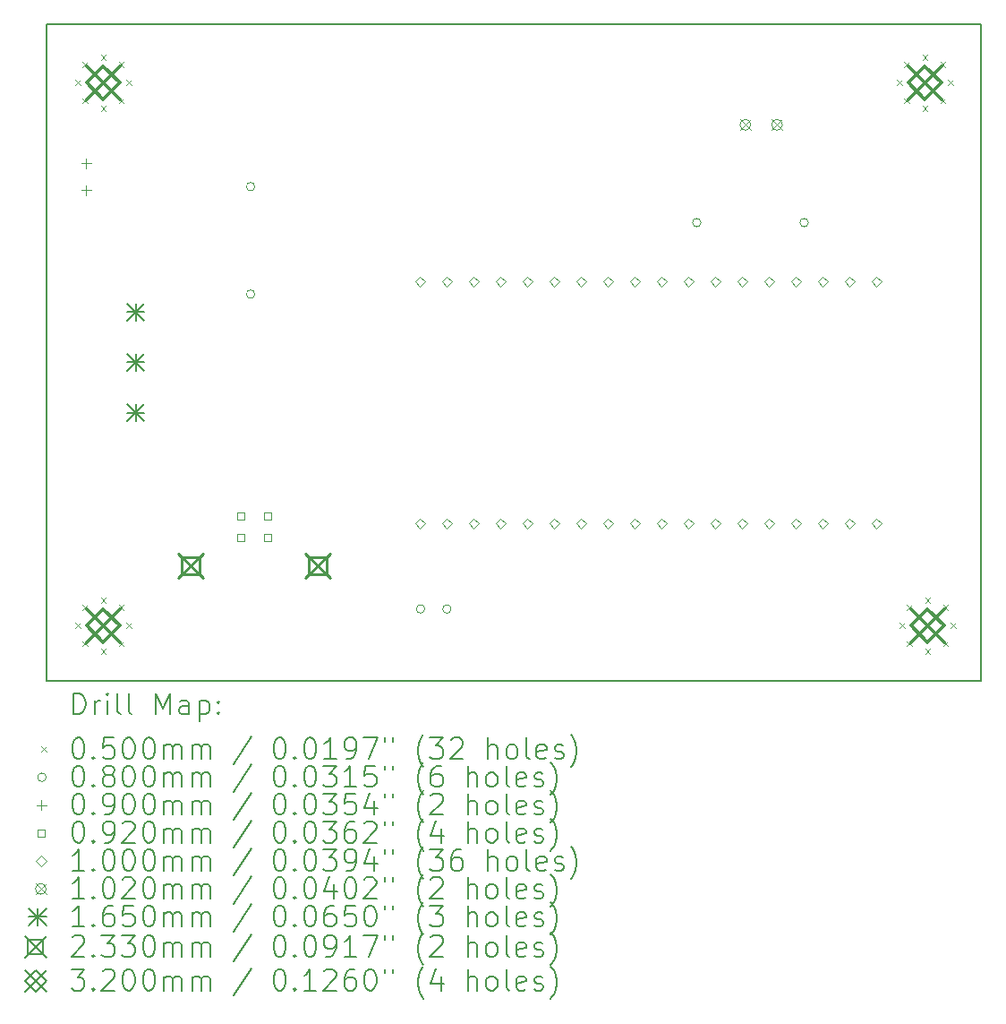
<source format=gbr>
%FSLAX45Y45*%
G04 Gerber Fmt 4.5, Leading zero omitted, Abs format (unit mm)*
G04 Created by KiCad (PCBNEW (6.0.6)) date 2023-04-23 18:48:30*
%MOMM*%
%LPD*%
G01*
G04 APERTURE LIST*
%TA.AperFunction,Profile*%
%ADD10C,0.150000*%
%TD*%
%ADD11C,0.200000*%
%ADD12C,0.050000*%
%ADD13C,0.080000*%
%ADD14C,0.090000*%
%ADD15C,0.092000*%
%ADD16C,0.100000*%
%ADD17C,0.102000*%
%ADD18C,0.165000*%
%ADD19C,0.233000*%
%ADD20C,0.320000*%
G04 APERTURE END LIST*
D10*
X9448800Y-5800000D02*
X18288000Y-5800000D01*
X18288000Y-12000000D02*
X18288000Y-5800000D01*
X9448800Y-12001000D02*
X18288000Y-12000000D01*
X9448800Y-5800000D02*
X9448800Y-12001000D01*
D11*
D12*
X9717200Y-6325000D02*
X9767200Y-6375000D01*
X9767200Y-6325000D02*
X9717200Y-6375000D01*
X9717200Y-11455800D02*
X9767200Y-11505800D01*
X9767200Y-11455800D02*
X9717200Y-11505800D01*
X9787494Y-6155294D02*
X9837494Y-6205294D01*
X9837494Y-6155294D02*
X9787494Y-6205294D01*
X9787494Y-6494706D02*
X9837494Y-6544706D01*
X9837494Y-6494706D02*
X9787494Y-6544706D01*
X9787494Y-11286094D02*
X9837494Y-11336094D01*
X9837494Y-11286094D02*
X9787494Y-11336094D01*
X9787494Y-11625506D02*
X9837494Y-11675506D01*
X9837494Y-11625506D02*
X9787494Y-11675506D01*
X9957200Y-6085000D02*
X10007200Y-6135000D01*
X10007200Y-6085000D02*
X9957200Y-6135000D01*
X9957200Y-6565000D02*
X10007200Y-6615000D01*
X10007200Y-6565000D02*
X9957200Y-6615000D01*
X9957200Y-11215800D02*
X10007200Y-11265800D01*
X10007200Y-11215800D02*
X9957200Y-11265800D01*
X9957200Y-11695800D02*
X10007200Y-11745800D01*
X10007200Y-11695800D02*
X9957200Y-11745800D01*
X10126906Y-6155294D02*
X10176906Y-6205294D01*
X10176906Y-6155294D02*
X10126906Y-6205294D01*
X10126906Y-6494706D02*
X10176906Y-6544706D01*
X10176906Y-6494706D02*
X10126906Y-6544706D01*
X10126906Y-11286094D02*
X10176906Y-11336094D01*
X10176906Y-11286094D02*
X10126906Y-11336094D01*
X10126906Y-11625506D02*
X10176906Y-11675506D01*
X10176906Y-11625506D02*
X10126906Y-11675506D01*
X10197200Y-6325000D02*
X10247200Y-6375000D01*
X10247200Y-6325000D02*
X10197200Y-6375000D01*
X10197200Y-11455800D02*
X10247200Y-11505800D01*
X10247200Y-11455800D02*
X10197200Y-11505800D01*
X17489600Y-6325000D02*
X17539600Y-6375000D01*
X17539600Y-6325000D02*
X17489600Y-6375000D01*
X17515000Y-11455800D02*
X17565000Y-11505800D01*
X17565000Y-11455800D02*
X17515000Y-11505800D01*
X17559894Y-6155294D02*
X17609894Y-6205294D01*
X17609894Y-6155294D02*
X17559894Y-6205294D01*
X17559894Y-6494706D02*
X17609894Y-6544706D01*
X17609894Y-6494706D02*
X17559894Y-6544706D01*
X17585294Y-11286094D02*
X17635294Y-11336094D01*
X17635294Y-11286094D02*
X17585294Y-11336094D01*
X17585294Y-11625506D02*
X17635294Y-11675506D01*
X17635294Y-11625506D02*
X17585294Y-11675506D01*
X17729600Y-6085000D02*
X17779600Y-6135000D01*
X17779600Y-6085000D02*
X17729600Y-6135000D01*
X17729600Y-6565000D02*
X17779600Y-6615000D01*
X17779600Y-6565000D02*
X17729600Y-6615000D01*
X17755000Y-11215800D02*
X17805000Y-11265800D01*
X17805000Y-11215800D02*
X17755000Y-11265800D01*
X17755000Y-11695800D02*
X17805000Y-11745800D01*
X17805000Y-11695800D02*
X17755000Y-11745800D01*
X17899306Y-6155294D02*
X17949306Y-6205294D01*
X17949306Y-6155294D02*
X17899306Y-6205294D01*
X17899306Y-6494706D02*
X17949306Y-6544706D01*
X17949306Y-6494706D02*
X17899306Y-6544706D01*
X17924706Y-11286094D02*
X17974706Y-11336094D01*
X17974706Y-11286094D02*
X17924706Y-11336094D01*
X17924706Y-11625506D02*
X17974706Y-11675506D01*
X17974706Y-11625506D02*
X17924706Y-11675506D01*
X17969600Y-6325000D02*
X18019600Y-6375000D01*
X18019600Y-6325000D02*
X17969600Y-6375000D01*
X17995000Y-11455800D02*
X18045000Y-11505800D01*
X18045000Y-11455800D02*
X17995000Y-11505800D01*
D13*
X11415000Y-7331500D02*
G75*
G03*
X11415000Y-7331500I-40000J0D01*
G01*
X11415000Y-8347500D02*
G75*
G03*
X11415000Y-8347500I-40000J0D01*
G01*
X13022500Y-11322500D02*
G75*
G03*
X13022500Y-11322500I-40000J0D01*
G01*
X13272500Y-11322500D02*
G75*
G03*
X13272500Y-11322500I-40000J0D01*
G01*
X15635600Y-7670800D02*
G75*
G03*
X15635600Y-7670800I-40000J0D01*
G01*
X16651600Y-7670800D02*
G75*
G03*
X16651600Y-7670800I-40000J0D01*
G01*
D14*
X9820000Y-7067500D02*
X9820000Y-7157500D01*
X9775000Y-7112500D02*
X9865000Y-7112500D01*
X9820000Y-7321500D02*
X9820000Y-7411500D01*
X9775000Y-7366500D02*
X9865000Y-7366500D01*
D15*
X11317527Y-10477277D02*
X11317527Y-10412223D01*
X11252473Y-10412223D01*
X11252473Y-10477277D01*
X11317527Y-10477277D01*
X11317527Y-10677277D02*
X11317527Y-10612223D01*
X11252473Y-10612223D01*
X11252473Y-10677277D01*
X11317527Y-10677277D01*
X11567527Y-10477277D02*
X11567527Y-10412223D01*
X11502473Y-10412223D01*
X11502473Y-10477277D01*
X11567527Y-10477277D01*
X11567527Y-10677277D02*
X11567527Y-10612223D01*
X11502473Y-10612223D01*
X11502473Y-10677277D01*
X11567527Y-10677277D01*
D16*
X12979400Y-8279600D02*
X13029400Y-8229600D01*
X12979400Y-8179600D01*
X12929400Y-8229600D01*
X12979400Y-8279600D01*
X12979400Y-10565600D02*
X13029400Y-10515600D01*
X12979400Y-10465600D01*
X12929400Y-10515600D01*
X12979400Y-10565600D01*
X13233400Y-8279600D02*
X13283400Y-8229600D01*
X13233400Y-8179600D01*
X13183400Y-8229600D01*
X13233400Y-8279600D01*
X13233400Y-10565600D02*
X13283400Y-10515600D01*
X13233400Y-10465600D01*
X13183400Y-10515600D01*
X13233400Y-10565600D01*
X13487400Y-8279600D02*
X13537400Y-8229600D01*
X13487400Y-8179600D01*
X13437400Y-8229600D01*
X13487400Y-8279600D01*
X13487400Y-10565600D02*
X13537400Y-10515600D01*
X13487400Y-10465600D01*
X13437400Y-10515600D01*
X13487400Y-10565600D01*
X13741400Y-8279600D02*
X13791400Y-8229600D01*
X13741400Y-8179600D01*
X13691400Y-8229600D01*
X13741400Y-8279600D01*
X13741400Y-10565600D02*
X13791400Y-10515600D01*
X13741400Y-10465600D01*
X13691400Y-10515600D01*
X13741400Y-10565600D01*
X13995400Y-8279600D02*
X14045400Y-8229600D01*
X13995400Y-8179600D01*
X13945400Y-8229600D01*
X13995400Y-8279600D01*
X13995400Y-10565600D02*
X14045400Y-10515600D01*
X13995400Y-10465600D01*
X13945400Y-10515600D01*
X13995400Y-10565600D01*
X14249400Y-8279600D02*
X14299400Y-8229600D01*
X14249400Y-8179600D01*
X14199400Y-8229600D01*
X14249400Y-8279600D01*
X14249400Y-10565600D02*
X14299400Y-10515600D01*
X14249400Y-10465600D01*
X14199400Y-10515600D01*
X14249400Y-10565600D01*
X14503400Y-8279600D02*
X14553400Y-8229600D01*
X14503400Y-8179600D01*
X14453400Y-8229600D01*
X14503400Y-8279600D01*
X14503400Y-10565600D02*
X14553400Y-10515600D01*
X14503400Y-10465600D01*
X14453400Y-10515600D01*
X14503400Y-10565600D01*
X14757400Y-8279600D02*
X14807400Y-8229600D01*
X14757400Y-8179600D01*
X14707400Y-8229600D01*
X14757400Y-8279600D01*
X14757400Y-10565600D02*
X14807400Y-10515600D01*
X14757400Y-10465600D01*
X14707400Y-10515600D01*
X14757400Y-10565600D01*
X15011400Y-8279600D02*
X15061400Y-8229600D01*
X15011400Y-8179600D01*
X14961400Y-8229600D01*
X15011400Y-8279600D01*
X15011400Y-10565600D02*
X15061400Y-10515600D01*
X15011400Y-10465600D01*
X14961400Y-10515600D01*
X15011400Y-10565600D01*
X15265400Y-8279600D02*
X15315400Y-8229600D01*
X15265400Y-8179600D01*
X15215400Y-8229600D01*
X15265400Y-8279600D01*
X15265400Y-10565600D02*
X15315400Y-10515600D01*
X15265400Y-10465600D01*
X15215400Y-10515600D01*
X15265400Y-10565600D01*
X15519400Y-8279600D02*
X15569400Y-8229600D01*
X15519400Y-8179600D01*
X15469400Y-8229600D01*
X15519400Y-8279600D01*
X15519400Y-10565600D02*
X15569400Y-10515600D01*
X15519400Y-10465600D01*
X15469400Y-10515600D01*
X15519400Y-10565600D01*
X15773400Y-8279600D02*
X15823400Y-8229600D01*
X15773400Y-8179600D01*
X15723400Y-8229600D01*
X15773400Y-8279600D01*
X15773400Y-10565600D02*
X15823400Y-10515600D01*
X15773400Y-10465600D01*
X15723400Y-10515600D01*
X15773400Y-10565600D01*
X16027400Y-8279600D02*
X16077400Y-8229600D01*
X16027400Y-8179600D01*
X15977400Y-8229600D01*
X16027400Y-8279600D01*
X16027400Y-10565600D02*
X16077400Y-10515600D01*
X16027400Y-10465600D01*
X15977400Y-10515600D01*
X16027400Y-10565600D01*
X16281400Y-8279600D02*
X16331400Y-8229600D01*
X16281400Y-8179600D01*
X16231400Y-8229600D01*
X16281400Y-8279600D01*
X16281400Y-10565600D02*
X16331400Y-10515600D01*
X16281400Y-10465600D01*
X16231400Y-10515600D01*
X16281400Y-10565600D01*
X16535400Y-8279600D02*
X16585400Y-8229600D01*
X16535400Y-8179600D01*
X16485400Y-8229600D01*
X16535400Y-8279600D01*
X16535400Y-10565600D02*
X16585400Y-10515600D01*
X16535400Y-10465600D01*
X16485400Y-10515600D01*
X16535400Y-10565600D01*
X16789400Y-8279600D02*
X16839400Y-8229600D01*
X16789400Y-8179600D01*
X16739400Y-8229600D01*
X16789400Y-8279600D01*
X16789400Y-10565600D02*
X16839400Y-10515600D01*
X16789400Y-10465600D01*
X16739400Y-10515600D01*
X16789400Y-10565600D01*
X17043400Y-8279600D02*
X17093400Y-8229600D01*
X17043400Y-8179600D01*
X16993400Y-8229600D01*
X17043400Y-8279600D01*
X17043400Y-10565600D02*
X17093400Y-10515600D01*
X17043400Y-10465600D01*
X16993400Y-10515600D01*
X17043400Y-10565600D01*
X17297400Y-8279600D02*
X17347400Y-8229600D01*
X17297400Y-8179600D01*
X17247400Y-8229600D01*
X17297400Y-8279600D01*
X17297400Y-10565600D02*
X17347400Y-10515600D01*
X17297400Y-10465600D01*
X17247400Y-10515600D01*
X17297400Y-10565600D01*
D17*
X16004200Y-6696000D02*
X16106200Y-6798000D01*
X16106200Y-6696000D02*
X16004200Y-6798000D01*
X16106200Y-6747000D02*
G75*
G03*
X16106200Y-6747000I-51000J0D01*
G01*
X16304200Y-6696000D02*
X16406200Y-6798000D01*
X16406200Y-6696000D02*
X16304200Y-6798000D01*
X16406200Y-6747000D02*
G75*
G03*
X16406200Y-6747000I-51000J0D01*
G01*
D18*
X10205950Y-8434100D02*
X10370950Y-8599100D01*
X10370950Y-8434100D02*
X10205950Y-8599100D01*
X10288450Y-8434100D02*
X10288450Y-8599100D01*
X10205950Y-8516600D02*
X10370950Y-8516600D01*
X10205950Y-8909100D02*
X10370950Y-9074100D01*
X10370950Y-8909100D02*
X10205950Y-9074100D01*
X10288450Y-8909100D02*
X10288450Y-9074100D01*
X10205950Y-8991600D02*
X10370950Y-8991600D01*
X10205950Y-9384100D02*
X10370950Y-9549100D01*
X10370950Y-9384100D02*
X10205950Y-9549100D01*
X10288450Y-9384100D02*
X10288450Y-9549100D01*
X10205950Y-9466600D02*
X10370950Y-9466600D01*
D19*
X10691500Y-10799250D02*
X10924500Y-11032250D01*
X10924500Y-10799250D02*
X10691500Y-11032250D01*
X10890379Y-10998129D02*
X10890379Y-10833371D01*
X10725621Y-10833371D01*
X10725621Y-10998129D01*
X10890379Y-10998129D01*
X11895500Y-10799250D02*
X12128500Y-11032250D01*
X12128500Y-10799250D02*
X11895500Y-11032250D01*
X12094379Y-10998129D02*
X12094379Y-10833371D01*
X11929621Y-10833371D01*
X11929621Y-10998129D01*
X12094379Y-10998129D01*
D20*
X9822200Y-6190000D02*
X10142200Y-6510000D01*
X10142200Y-6190000D02*
X9822200Y-6510000D01*
X9982200Y-6510000D02*
X10142200Y-6350000D01*
X9982200Y-6190000D01*
X9822200Y-6350000D01*
X9982200Y-6510000D01*
X9822200Y-11320800D02*
X10142200Y-11640800D01*
X10142200Y-11320800D02*
X9822200Y-11640800D01*
X9982200Y-11640800D02*
X10142200Y-11480800D01*
X9982200Y-11320800D01*
X9822200Y-11480800D01*
X9982200Y-11640800D01*
X17594600Y-6190000D02*
X17914600Y-6510000D01*
X17914600Y-6190000D02*
X17594600Y-6510000D01*
X17754600Y-6510000D02*
X17914600Y-6350000D01*
X17754600Y-6190000D01*
X17594600Y-6350000D01*
X17754600Y-6510000D01*
X17620000Y-11320800D02*
X17940000Y-11640800D01*
X17940000Y-11320800D02*
X17620000Y-11640800D01*
X17780000Y-11640800D02*
X17940000Y-11480800D01*
X17780000Y-11320800D01*
X17620000Y-11480800D01*
X17780000Y-11640800D01*
D11*
X9698919Y-12318976D02*
X9698919Y-12118976D01*
X9746538Y-12118976D01*
X9775110Y-12128500D01*
X9794157Y-12147548D01*
X9803681Y-12166595D01*
X9813205Y-12204690D01*
X9813205Y-12233262D01*
X9803681Y-12271357D01*
X9794157Y-12290405D01*
X9775110Y-12309452D01*
X9746538Y-12318976D01*
X9698919Y-12318976D01*
X9898919Y-12318976D02*
X9898919Y-12185643D01*
X9898919Y-12223738D02*
X9908443Y-12204690D01*
X9917967Y-12195167D01*
X9937014Y-12185643D01*
X9956062Y-12185643D01*
X10022729Y-12318976D02*
X10022729Y-12185643D01*
X10022729Y-12118976D02*
X10013205Y-12128500D01*
X10022729Y-12138024D01*
X10032252Y-12128500D01*
X10022729Y-12118976D01*
X10022729Y-12138024D01*
X10146538Y-12318976D02*
X10127490Y-12309452D01*
X10117967Y-12290405D01*
X10117967Y-12118976D01*
X10251300Y-12318976D02*
X10232252Y-12309452D01*
X10222729Y-12290405D01*
X10222729Y-12118976D01*
X10479871Y-12318976D02*
X10479871Y-12118976D01*
X10546538Y-12261833D01*
X10613205Y-12118976D01*
X10613205Y-12318976D01*
X10794157Y-12318976D02*
X10794157Y-12214214D01*
X10784633Y-12195167D01*
X10765586Y-12185643D01*
X10727490Y-12185643D01*
X10708443Y-12195167D01*
X10794157Y-12309452D02*
X10775110Y-12318976D01*
X10727490Y-12318976D01*
X10708443Y-12309452D01*
X10698919Y-12290405D01*
X10698919Y-12271357D01*
X10708443Y-12252309D01*
X10727490Y-12242786D01*
X10775110Y-12242786D01*
X10794157Y-12233262D01*
X10889395Y-12185643D02*
X10889395Y-12385643D01*
X10889395Y-12195167D02*
X10908443Y-12185643D01*
X10946538Y-12185643D01*
X10965586Y-12195167D01*
X10975110Y-12204690D01*
X10984633Y-12223738D01*
X10984633Y-12280881D01*
X10975110Y-12299928D01*
X10965586Y-12309452D01*
X10946538Y-12318976D01*
X10908443Y-12318976D01*
X10889395Y-12309452D01*
X11070348Y-12299928D02*
X11079871Y-12309452D01*
X11070348Y-12318976D01*
X11060824Y-12309452D01*
X11070348Y-12299928D01*
X11070348Y-12318976D01*
X11070348Y-12195167D02*
X11079871Y-12204690D01*
X11070348Y-12214214D01*
X11060824Y-12204690D01*
X11070348Y-12195167D01*
X11070348Y-12214214D01*
D12*
X9391300Y-12623500D02*
X9441300Y-12673500D01*
X9441300Y-12623500D02*
X9391300Y-12673500D01*
D11*
X9737014Y-12538976D02*
X9756062Y-12538976D01*
X9775110Y-12548500D01*
X9784633Y-12558024D01*
X9794157Y-12577071D01*
X9803681Y-12615167D01*
X9803681Y-12662786D01*
X9794157Y-12700881D01*
X9784633Y-12719928D01*
X9775110Y-12729452D01*
X9756062Y-12738976D01*
X9737014Y-12738976D01*
X9717967Y-12729452D01*
X9708443Y-12719928D01*
X9698919Y-12700881D01*
X9689395Y-12662786D01*
X9689395Y-12615167D01*
X9698919Y-12577071D01*
X9708443Y-12558024D01*
X9717967Y-12548500D01*
X9737014Y-12538976D01*
X9889395Y-12719928D02*
X9898919Y-12729452D01*
X9889395Y-12738976D01*
X9879871Y-12729452D01*
X9889395Y-12719928D01*
X9889395Y-12738976D01*
X10079871Y-12538976D02*
X9984633Y-12538976D01*
X9975110Y-12634214D01*
X9984633Y-12624690D01*
X10003681Y-12615167D01*
X10051300Y-12615167D01*
X10070348Y-12624690D01*
X10079871Y-12634214D01*
X10089395Y-12653262D01*
X10089395Y-12700881D01*
X10079871Y-12719928D01*
X10070348Y-12729452D01*
X10051300Y-12738976D01*
X10003681Y-12738976D01*
X9984633Y-12729452D01*
X9975110Y-12719928D01*
X10213205Y-12538976D02*
X10232252Y-12538976D01*
X10251300Y-12548500D01*
X10260824Y-12558024D01*
X10270348Y-12577071D01*
X10279871Y-12615167D01*
X10279871Y-12662786D01*
X10270348Y-12700881D01*
X10260824Y-12719928D01*
X10251300Y-12729452D01*
X10232252Y-12738976D01*
X10213205Y-12738976D01*
X10194157Y-12729452D01*
X10184633Y-12719928D01*
X10175110Y-12700881D01*
X10165586Y-12662786D01*
X10165586Y-12615167D01*
X10175110Y-12577071D01*
X10184633Y-12558024D01*
X10194157Y-12548500D01*
X10213205Y-12538976D01*
X10403681Y-12538976D02*
X10422729Y-12538976D01*
X10441776Y-12548500D01*
X10451300Y-12558024D01*
X10460824Y-12577071D01*
X10470348Y-12615167D01*
X10470348Y-12662786D01*
X10460824Y-12700881D01*
X10451300Y-12719928D01*
X10441776Y-12729452D01*
X10422729Y-12738976D01*
X10403681Y-12738976D01*
X10384633Y-12729452D01*
X10375110Y-12719928D01*
X10365586Y-12700881D01*
X10356062Y-12662786D01*
X10356062Y-12615167D01*
X10365586Y-12577071D01*
X10375110Y-12558024D01*
X10384633Y-12548500D01*
X10403681Y-12538976D01*
X10556062Y-12738976D02*
X10556062Y-12605643D01*
X10556062Y-12624690D02*
X10565586Y-12615167D01*
X10584633Y-12605643D01*
X10613205Y-12605643D01*
X10632252Y-12615167D01*
X10641776Y-12634214D01*
X10641776Y-12738976D01*
X10641776Y-12634214D02*
X10651300Y-12615167D01*
X10670348Y-12605643D01*
X10698919Y-12605643D01*
X10717967Y-12615167D01*
X10727490Y-12634214D01*
X10727490Y-12738976D01*
X10822729Y-12738976D02*
X10822729Y-12605643D01*
X10822729Y-12624690D02*
X10832252Y-12615167D01*
X10851300Y-12605643D01*
X10879871Y-12605643D01*
X10898919Y-12615167D01*
X10908443Y-12634214D01*
X10908443Y-12738976D01*
X10908443Y-12634214D02*
X10917967Y-12615167D01*
X10937014Y-12605643D01*
X10965586Y-12605643D01*
X10984633Y-12615167D01*
X10994157Y-12634214D01*
X10994157Y-12738976D01*
X11384633Y-12529452D02*
X11213205Y-12786595D01*
X11641776Y-12538976D02*
X11660824Y-12538976D01*
X11679871Y-12548500D01*
X11689395Y-12558024D01*
X11698919Y-12577071D01*
X11708443Y-12615167D01*
X11708443Y-12662786D01*
X11698919Y-12700881D01*
X11689395Y-12719928D01*
X11679871Y-12729452D01*
X11660824Y-12738976D01*
X11641776Y-12738976D01*
X11622728Y-12729452D01*
X11613205Y-12719928D01*
X11603681Y-12700881D01*
X11594157Y-12662786D01*
X11594157Y-12615167D01*
X11603681Y-12577071D01*
X11613205Y-12558024D01*
X11622728Y-12548500D01*
X11641776Y-12538976D01*
X11794157Y-12719928D02*
X11803681Y-12729452D01*
X11794157Y-12738976D01*
X11784633Y-12729452D01*
X11794157Y-12719928D01*
X11794157Y-12738976D01*
X11927490Y-12538976D02*
X11946538Y-12538976D01*
X11965586Y-12548500D01*
X11975109Y-12558024D01*
X11984633Y-12577071D01*
X11994157Y-12615167D01*
X11994157Y-12662786D01*
X11984633Y-12700881D01*
X11975109Y-12719928D01*
X11965586Y-12729452D01*
X11946538Y-12738976D01*
X11927490Y-12738976D01*
X11908443Y-12729452D01*
X11898919Y-12719928D01*
X11889395Y-12700881D01*
X11879871Y-12662786D01*
X11879871Y-12615167D01*
X11889395Y-12577071D01*
X11898919Y-12558024D01*
X11908443Y-12548500D01*
X11927490Y-12538976D01*
X12184633Y-12738976D02*
X12070348Y-12738976D01*
X12127490Y-12738976D02*
X12127490Y-12538976D01*
X12108443Y-12567548D01*
X12089395Y-12586595D01*
X12070348Y-12596119D01*
X12279871Y-12738976D02*
X12317967Y-12738976D01*
X12337014Y-12729452D01*
X12346538Y-12719928D01*
X12365586Y-12691357D01*
X12375109Y-12653262D01*
X12375109Y-12577071D01*
X12365586Y-12558024D01*
X12356062Y-12548500D01*
X12337014Y-12538976D01*
X12298919Y-12538976D01*
X12279871Y-12548500D01*
X12270348Y-12558024D01*
X12260824Y-12577071D01*
X12260824Y-12624690D01*
X12270348Y-12643738D01*
X12279871Y-12653262D01*
X12298919Y-12662786D01*
X12337014Y-12662786D01*
X12356062Y-12653262D01*
X12365586Y-12643738D01*
X12375109Y-12624690D01*
X12441776Y-12538976D02*
X12575109Y-12538976D01*
X12489395Y-12738976D01*
X12641776Y-12538976D02*
X12641776Y-12577071D01*
X12717967Y-12538976D02*
X12717967Y-12577071D01*
X13013205Y-12815167D02*
X13003681Y-12805643D01*
X12984633Y-12777071D01*
X12975109Y-12758024D01*
X12965586Y-12729452D01*
X12956062Y-12681833D01*
X12956062Y-12643738D01*
X12965586Y-12596119D01*
X12975109Y-12567548D01*
X12984633Y-12548500D01*
X13003681Y-12519928D01*
X13013205Y-12510405D01*
X13070348Y-12538976D02*
X13194157Y-12538976D01*
X13127490Y-12615167D01*
X13156062Y-12615167D01*
X13175109Y-12624690D01*
X13184633Y-12634214D01*
X13194157Y-12653262D01*
X13194157Y-12700881D01*
X13184633Y-12719928D01*
X13175109Y-12729452D01*
X13156062Y-12738976D01*
X13098919Y-12738976D01*
X13079871Y-12729452D01*
X13070348Y-12719928D01*
X13270348Y-12558024D02*
X13279871Y-12548500D01*
X13298919Y-12538976D01*
X13346538Y-12538976D01*
X13365586Y-12548500D01*
X13375109Y-12558024D01*
X13384633Y-12577071D01*
X13384633Y-12596119D01*
X13375109Y-12624690D01*
X13260824Y-12738976D01*
X13384633Y-12738976D01*
X13622728Y-12738976D02*
X13622728Y-12538976D01*
X13708443Y-12738976D02*
X13708443Y-12634214D01*
X13698919Y-12615167D01*
X13679871Y-12605643D01*
X13651300Y-12605643D01*
X13632252Y-12615167D01*
X13622728Y-12624690D01*
X13832252Y-12738976D02*
X13813205Y-12729452D01*
X13803681Y-12719928D01*
X13794157Y-12700881D01*
X13794157Y-12643738D01*
X13803681Y-12624690D01*
X13813205Y-12615167D01*
X13832252Y-12605643D01*
X13860824Y-12605643D01*
X13879871Y-12615167D01*
X13889395Y-12624690D01*
X13898919Y-12643738D01*
X13898919Y-12700881D01*
X13889395Y-12719928D01*
X13879871Y-12729452D01*
X13860824Y-12738976D01*
X13832252Y-12738976D01*
X14013205Y-12738976D02*
X13994157Y-12729452D01*
X13984633Y-12710405D01*
X13984633Y-12538976D01*
X14165586Y-12729452D02*
X14146538Y-12738976D01*
X14108443Y-12738976D01*
X14089395Y-12729452D01*
X14079871Y-12710405D01*
X14079871Y-12634214D01*
X14089395Y-12615167D01*
X14108443Y-12605643D01*
X14146538Y-12605643D01*
X14165586Y-12615167D01*
X14175109Y-12634214D01*
X14175109Y-12653262D01*
X14079871Y-12672309D01*
X14251300Y-12729452D02*
X14270348Y-12738976D01*
X14308443Y-12738976D01*
X14327490Y-12729452D01*
X14337014Y-12710405D01*
X14337014Y-12700881D01*
X14327490Y-12681833D01*
X14308443Y-12672309D01*
X14279871Y-12672309D01*
X14260824Y-12662786D01*
X14251300Y-12643738D01*
X14251300Y-12634214D01*
X14260824Y-12615167D01*
X14279871Y-12605643D01*
X14308443Y-12605643D01*
X14327490Y-12615167D01*
X14403681Y-12815167D02*
X14413205Y-12805643D01*
X14432252Y-12777071D01*
X14441776Y-12758024D01*
X14451300Y-12729452D01*
X14460824Y-12681833D01*
X14460824Y-12643738D01*
X14451300Y-12596119D01*
X14441776Y-12567548D01*
X14432252Y-12548500D01*
X14413205Y-12519928D01*
X14403681Y-12510405D01*
D13*
X9441300Y-12912500D02*
G75*
G03*
X9441300Y-12912500I-40000J0D01*
G01*
D11*
X9737014Y-12802976D02*
X9756062Y-12802976D01*
X9775110Y-12812500D01*
X9784633Y-12822024D01*
X9794157Y-12841071D01*
X9803681Y-12879167D01*
X9803681Y-12926786D01*
X9794157Y-12964881D01*
X9784633Y-12983928D01*
X9775110Y-12993452D01*
X9756062Y-13002976D01*
X9737014Y-13002976D01*
X9717967Y-12993452D01*
X9708443Y-12983928D01*
X9698919Y-12964881D01*
X9689395Y-12926786D01*
X9689395Y-12879167D01*
X9698919Y-12841071D01*
X9708443Y-12822024D01*
X9717967Y-12812500D01*
X9737014Y-12802976D01*
X9889395Y-12983928D02*
X9898919Y-12993452D01*
X9889395Y-13002976D01*
X9879871Y-12993452D01*
X9889395Y-12983928D01*
X9889395Y-13002976D01*
X10013205Y-12888690D02*
X9994157Y-12879167D01*
X9984633Y-12869643D01*
X9975110Y-12850595D01*
X9975110Y-12841071D01*
X9984633Y-12822024D01*
X9994157Y-12812500D01*
X10013205Y-12802976D01*
X10051300Y-12802976D01*
X10070348Y-12812500D01*
X10079871Y-12822024D01*
X10089395Y-12841071D01*
X10089395Y-12850595D01*
X10079871Y-12869643D01*
X10070348Y-12879167D01*
X10051300Y-12888690D01*
X10013205Y-12888690D01*
X9994157Y-12898214D01*
X9984633Y-12907738D01*
X9975110Y-12926786D01*
X9975110Y-12964881D01*
X9984633Y-12983928D01*
X9994157Y-12993452D01*
X10013205Y-13002976D01*
X10051300Y-13002976D01*
X10070348Y-12993452D01*
X10079871Y-12983928D01*
X10089395Y-12964881D01*
X10089395Y-12926786D01*
X10079871Y-12907738D01*
X10070348Y-12898214D01*
X10051300Y-12888690D01*
X10213205Y-12802976D02*
X10232252Y-12802976D01*
X10251300Y-12812500D01*
X10260824Y-12822024D01*
X10270348Y-12841071D01*
X10279871Y-12879167D01*
X10279871Y-12926786D01*
X10270348Y-12964881D01*
X10260824Y-12983928D01*
X10251300Y-12993452D01*
X10232252Y-13002976D01*
X10213205Y-13002976D01*
X10194157Y-12993452D01*
X10184633Y-12983928D01*
X10175110Y-12964881D01*
X10165586Y-12926786D01*
X10165586Y-12879167D01*
X10175110Y-12841071D01*
X10184633Y-12822024D01*
X10194157Y-12812500D01*
X10213205Y-12802976D01*
X10403681Y-12802976D02*
X10422729Y-12802976D01*
X10441776Y-12812500D01*
X10451300Y-12822024D01*
X10460824Y-12841071D01*
X10470348Y-12879167D01*
X10470348Y-12926786D01*
X10460824Y-12964881D01*
X10451300Y-12983928D01*
X10441776Y-12993452D01*
X10422729Y-13002976D01*
X10403681Y-13002976D01*
X10384633Y-12993452D01*
X10375110Y-12983928D01*
X10365586Y-12964881D01*
X10356062Y-12926786D01*
X10356062Y-12879167D01*
X10365586Y-12841071D01*
X10375110Y-12822024D01*
X10384633Y-12812500D01*
X10403681Y-12802976D01*
X10556062Y-13002976D02*
X10556062Y-12869643D01*
X10556062Y-12888690D02*
X10565586Y-12879167D01*
X10584633Y-12869643D01*
X10613205Y-12869643D01*
X10632252Y-12879167D01*
X10641776Y-12898214D01*
X10641776Y-13002976D01*
X10641776Y-12898214D02*
X10651300Y-12879167D01*
X10670348Y-12869643D01*
X10698919Y-12869643D01*
X10717967Y-12879167D01*
X10727490Y-12898214D01*
X10727490Y-13002976D01*
X10822729Y-13002976D02*
X10822729Y-12869643D01*
X10822729Y-12888690D02*
X10832252Y-12879167D01*
X10851300Y-12869643D01*
X10879871Y-12869643D01*
X10898919Y-12879167D01*
X10908443Y-12898214D01*
X10908443Y-13002976D01*
X10908443Y-12898214D02*
X10917967Y-12879167D01*
X10937014Y-12869643D01*
X10965586Y-12869643D01*
X10984633Y-12879167D01*
X10994157Y-12898214D01*
X10994157Y-13002976D01*
X11384633Y-12793452D02*
X11213205Y-13050595D01*
X11641776Y-12802976D02*
X11660824Y-12802976D01*
X11679871Y-12812500D01*
X11689395Y-12822024D01*
X11698919Y-12841071D01*
X11708443Y-12879167D01*
X11708443Y-12926786D01*
X11698919Y-12964881D01*
X11689395Y-12983928D01*
X11679871Y-12993452D01*
X11660824Y-13002976D01*
X11641776Y-13002976D01*
X11622728Y-12993452D01*
X11613205Y-12983928D01*
X11603681Y-12964881D01*
X11594157Y-12926786D01*
X11594157Y-12879167D01*
X11603681Y-12841071D01*
X11613205Y-12822024D01*
X11622728Y-12812500D01*
X11641776Y-12802976D01*
X11794157Y-12983928D02*
X11803681Y-12993452D01*
X11794157Y-13002976D01*
X11784633Y-12993452D01*
X11794157Y-12983928D01*
X11794157Y-13002976D01*
X11927490Y-12802976D02*
X11946538Y-12802976D01*
X11965586Y-12812500D01*
X11975109Y-12822024D01*
X11984633Y-12841071D01*
X11994157Y-12879167D01*
X11994157Y-12926786D01*
X11984633Y-12964881D01*
X11975109Y-12983928D01*
X11965586Y-12993452D01*
X11946538Y-13002976D01*
X11927490Y-13002976D01*
X11908443Y-12993452D01*
X11898919Y-12983928D01*
X11889395Y-12964881D01*
X11879871Y-12926786D01*
X11879871Y-12879167D01*
X11889395Y-12841071D01*
X11898919Y-12822024D01*
X11908443Y-12812500D01*
X11927490Y-12802976D01*
X12060824Y-12802976D02*
X12184633Y-12802976D01*
X12117967Y-12879167D01*
X12146538Y-12879167D01*
X12165586Y-12888690D01*
X12175109Y-12898214D01*
X12184633Y-12917262D01*
X12184633Y-12964881D01*
X12175109Y-12983928D01*
X12165586Y-12993452D01*
X12146538Y-13002976D01*
X12089395Y-13002976D01*
X12070348Y-12993452D01*
X12060824Y-12983928D01*
X12375109Y-13002976D02*
X12260824Y-13002976D01*
X12317967Y-13002976D02*
X12317967Y-12802976D01*
X12298919Y-12831548D01*
X12279871Y-12850595D01*
X12260824Y-12860119D01*
X12556062Y-12802976D02*
X12460824Y-12802976D01*
X12451300Y-12898214D01*
X12460824Y-12888690D01*
X12479871Y-12879167D01*
X12527490Y-12879167D01*
X12546538Y-12888690D01*
X12556062Y-12898214D01*
X12565586Y-12917262D01*
X12565586Y-12964881D01*
X12556062Y-12983928D01*
X12546538Y-12993452D01*
X12527490Y-13002976D01*
X12479871Y-13002976D01*
X12460824Y-12993452D01*
X12451300Y-12983928D01*
X12641776Y-12802976D02*
X12641776Y-12841071D01*
X12717967Y-12802976D02*
X12717967Y-12841071D01*
X13013205Y-13079167D02*
X13003681Y-13069643D01*
X12984633Y-13041071D01*
X12975109Y-13022024D01*
X12965586Y-12993452D01*
X12956062Y-12945833D01*
X12956062Y-12907738D01*
X12965586Y-12860119D01*
X12975109Y-12831548D01*
X12984633Y-12812500D01*
X13003681Y-12783928D01*
X13013205Y-12774405D01*
X13175109Y-12802976D02*
X13137014Y-12802976D01*
X13117967Y-12812500D01*
X13108443Y-12822024D01*
X13089395Y-12850595D01*
X13079871Y-12888690D01*
X13079871Y-12964881D01*
X13089395Y-12983928D01*
X13098919Y-12993452D01*
X13117967Y-13002976D01*
X13156062Y-13002976D01*
X13175109Y-12993452D01*
X13184633Y-12983928D01*
X13194157Y-12964881D01*
X13194157Y-12917262D01*
X13184633Y-12898214D01*
X13175109Y-12888690D01*
X13156062Y-12879167D01*
X13117967Y-12879167D01*
X13098919Y-12888690D01*
X13089395Y-12898214D01*
X13079871Y-12917262D01*
X13432252Y-13002976D02*
X13432252Y-12802976D01*
X13517967Y-13002976D02*
X13517967Y-12898214D01*
X13508443Y-12879167D01*
X13489395Y-12869643D01*
X13460824Y-12869643D01*
X13441776Y-12879167D01*
X13432252Y-12888690D01*
X13641776Y-13002976D02*
X13622728Y-12993452D01*
X13613205Y-12983928D01*
X13603681Y-12964881D01*
X13603681Y-12907738D01*
X13613205Y-12888690D01*
X13622728Y-12879167D01*
X13641776Y-12869643D01*
X13670348Y-12869643D01*
X13689395Y-12879167D01*
X13698919Y-12888690D01*
X13708443Y-12907738D01*
X13708443Y-12964881D01*
X13698919Y-12983928D01*
X13689395Y-12993452D01*
X13670348Y-13002976D01*
X13641776Y-13002976D01*
X13822728Y-13002976D02*
X13803681Y-12993452D01*
X13794157Y-12974405D01*
X13794157Y-12802976D01*
X13975109Y-12993452D02*
X13956062Y-13002976D01*
X13917967Y-13002976D01*
X13898919Y-12993452D01*
X13889395Y-12974405D01*
X13889395Y-12898214D01*
X13898919Y-12879167D01*
X13917967Y-12869643D01*
X13956062Y-12869643D01*
X13975109Y-12879167D01*
X13984633Y-12898214D01*
X13984633Y-12917262D01*
X13889395Y-12936309D01*
X14060824Y-12993452D02*
X14079871Y-13002976D01*
X14117967Y-13002976D01*
X14137014Y-12993452D01*
X14146538Y-12974405D01*
X14146538Y-12964881D01*
X14137014Y-12945833D01*
X14117967Y-12936309D01*
X14089395Y-12936309D01*
X14070348Y-12926786D01*
X14060824Y-12907738D01*
X14060824Y-12898214D01*
X14070348Y-12879167D01*
X14089395Y-12869643D01*
X14117967Y-12869643D01*
X14137014Y-12879167D01*
X14213205Y-13079167D02*
X14222728Y-13069643D01*
X14241776Y-13041071D01*
X14251300Y-13022024D01*
X14260824Y-12993452D01*
X14270348Y-12945833D01*
X14270348Y-12907738D01*
X14260824Y-12860119D01*
X14251300Y-12831548D01*
X14241776Y-12812500D01*
X14222728Y-12783928D01*
X14213205Y-12774405D01*
D14*
X9396300Y-13131500D02*
X9396300Y-13221500D01*
X9351300Y-13176500D02*
X9441300Y-13176500D01*
D11*
X9737014Y-13066976D02*
X9756062Y-13066976D01*
X9775110Y-13076500D01*
X9784633Y-13086024D01*
X9794157Y-13105071D01*
X9803681Y-13143167D01*
X9803681Y-13190786D01*
X9794157Y-13228881D01*
X9784633Y-13247928D01*
X9775110Y-13257452D01*
X9756062Y-13266976D01*
X9737014Y-13266976D01*
X9717967Y-13257452D01*
X9708443Y-13247928D01*
X9698919Y-13228881D01*
X9689395Y-13190786D01*
X9689395Y-13143167D01*
X9698919Y-13105071D01*
X9708443Y-13086024D01*
X9717967Y-13076500D01*
X9737014Y-13066976D01*
X9889395Y-13247928D02*
X9898919Y-13257452D01*
X9889395Y-13266976D01*
X9879871Y-13257452D01*
X9889395Y-13247928D01*
X9889395Y-13266976D01*
X9994157Y-13266976D02*
X10032252Y-13266976D01*
X10051300Y-13257452D01*
X10060824Y-13247928D01*
X10079871Y-13219357D01*
X10089395Y-13181262D01*
X10089395Y-13105071D01*
X10079871Y-13086024D01*
X10070348Y-13076500D01*
X10051300Y-13066976D01*
X10013205Y-13066976D01*
X9994157Y-13076500D01*
X9984633Y-13086024D01*
X9975110Y-13105071D01*
X9975110Y-13152690D01*
X9984633Y-13171738D01*
X9994157Y-13181262D01*
X10013205Y-13190786D01*
X10051300Y-13190786D01*
X10070348Y-13181262D01*
X10079871Y-13171738D01*
X10089395Y-13152690D01*
X10213205Y-13066976D02*
X10232252Y-13066976D01*
X10251300Y-13076500D01*
X10260824Y-13086024D01*
X10270348Y-13105071D01*
X10279871Y-13143167D01*
X10279871Y-13190786D01*
X10270348Y-13228881D01*
X10260824Y-13247928D01*
X10251300Y-13257452D01*
X10232252Y-13266976D01*
X10213205Y-13266976D01*
X10194157Y-13257452D01*
X10184633Y-13247928D01*
X10175110Y-13228881D01*
X10165586Y-13190786D01*
X10165586Y-13143167D01*
X10175110Y-13105071D01*
X10184633Y-13086024D01*
X10194157Y-13076500D01*
X10213205Y-13066976D01*
X10403681Y-13066976D02*
X10422729Y-13066976D01*
X10441776Y-13076500D01*
X10451300Y-13086024D01*
X10460824Y-13105071D01*
X10470348Y-13143167D01*
X10470348Y-13190786D01*
X10460824Y-13228881D01*
X10451300Y-13247928D01*
X10441776Y-13257452D01*
X10422729Y-13266976D01*
X10403681Y-13266976D01*
X10384633Y-13257452D01*
X10375110Y-13247928D01*
X10365586Y-13228881D01*
X10356062Y-13190786D01*
X10356062Y-13143167D01*
X10365586Y-13105071D01*
X10375110Y-13086024D01*
X10384633Y-13076500D01*
X10403681Y-13066976D01*
X10556062Y-13266976D02*
X10556062Y-13133643D01*
X10556062Y-13152690D02*
X10565586Y-13143167D01*
X10584633Y-13133643D01*
X10613205Y-13133643D01*
X10632252Y-13143167D01*
X10641776Y-13162214D01*
X10641776Y-13266976D01*
X10641776Y-13162214D02*
X10651300Y-13143167D01*
X10670348Y-13133643D01*
X10698919Y-13133643D01*
X10717967Y-13143167D01*
X10727490Y-13162214D01*
X10727490Y-13266976D01*
X10822729Y-13266976D02*
X10822729Y-13133643D01*
X10822729Y-13152690D02*
X10832252Y-13143167D01*
X10851300Y-13133643D01*
X10879871Y-13133643D01*
X10898919Y-13143167D01*
X10908443Y-13162214D01*
X10908443Y-13266976D01*
X10908443Y-13162214D02*
X10917967Y-13143167D01*
X10937014Y-13133643D01*
X10965586Y-13133643D01*
X10984633Y-13143167D01*
X10994157Y-13162214D01*
X10994157Y-13266976D01*
X11384633Y-13057452D02*
X11213205Y-13314595D01*
X11641776Y-13066976D02*
X11660824Y-13066976D01*
X11679871Y-13076500D01*
X11689395Y-13086024D01*
X11698919Y-13105071D01*
X11708443Y-13143167D01*
X11708443Y-13190786D01*
X11698919Y-13228881D01*
X11689395Y-13247928D01*
X11679871Y-13257452D01*
X11660824Y-13266976D01*
X11641776Y-13266976D01*
X11622728Y-13257452D01*
X11613205Y-13247928D01*
X11603681Y-13228881D01*
X11594157Y-13190786D01*
X11594157Y-13143167D01*
X11603681Y-13105071D01*
X11613205Y-13086024D01*
X11622728Y-13076500D01*
X11641776Y-13066976D01*
X11794157Y-13247928D02*
X11803681Y-13257452D01*
X11794157Y-13266976D01*
X11784633Y-13257452D01*
X11794157Y-13247928D01*
X11794157Y-13266976D01*
X11927490Y-13066976D02*
X11946538Y-13066976D01*
X11965586Y-13076500D01*
X11975109Y-13086024D01*
X11984633Y-13105071D01*
X11994157Y-13143167D01*
X11994157Y-13190786D01*
X11984633Y-13228881D01*
X11975109Y-13247928D01*
X11965586Y-13257452D01*
X11946538Y-13266976D01*
X11927490Y-13266976D01*
X11908443Y-13257452D01*
X11898919Y-13247928D01*
X11889395Y-13228881D01*
X11879871Y-13190786D01*
X11879871Y-13143167D01*
X11889395Y-13105071D01*
X11898919Y-13086024D01*
X11908443Y-13076500D01*
X11927490Y-13066976D01*
X12060824Y-13066976D02*
X12184633Y-13066976D01*
X12117967Y-13143167D01*
X12146538Y-13143167D01*
X12165586Y-13152690D01*
X12175109Y-13162214D01*
X12184633Y-13181262D01*
X12184633Y-13228881D01*
X12175109Y-13247928D01*
X12165586Y-13257452D01*
X12146538Y-13266976D01*
X12089395Y-13266976D01*
X12070348Y-13257452D01*
X12060824Y-13247928D01*
X12365586Y-13066976D02*
X12270348Y-13066976D01*
X12260824Y-13162214D01*
X12270348Y-13152690D01*
X12289395Y-13143167D01*
X12337014Y-13143167D01*
X12356062Y-13152690D01*
X12365586Y-13162214D01*
X12375109Y-13181262D01*
X12375109Y-13228881D01*
X12365586Y-13247928D01*
X12356062Y-13257452D01*
X12337014Y-13266976D01*
X12289395Y-13266976D01*
X12270348Y-13257452D01*
X12260824Y-13247928D01*
X12546538Y-13133643D02*
X12546538Y-13266976D01*
X12498919Y-13057452D02*
X12451300Y-13200309D01*
X12575109Y-13200309D01*
X12641776Y-13066976D02*
X12641776Y-13105071D01*
X12717967Y-13066976D02*
X12717967Y-13105071D01*
X13013205Y-13343167D02*
X13003681Y-13333643D01*
X12984633Y-13305071D01*
X12975109Y-13286024D01*
X12965586Y-13257452D01*
X12956062Y-13209833D01*
X12956062Y-13171738D01*
X12965586Y-13124119D01*
X12975109Y-13095548D01*
X12984633Y-13076500D01*
X13003681Y-13047928D01*
X13013205Y-13038405D01*
X13079871Y-13086024D02*
X13089395Y-13076500D01*
X13108443Y-13066976D01*
X13156062Y-13066976D01*
X13175109Y-13076500D01*
X13184633Y-13086024D01*
X13194157Y-13105071D01*
X13194157Y-13124119D01*
X13184633Y-13152690D01*
X13070348Y-13266976D01*
X13194157Y-13266976D01*
X13432252Y-13266976D02*
X13432252Y-13066976D01*
X13517967Y-13266976D02*
X13517967Y-13162214D01*
X13508443Y-13143167D01*
X13489395Y-13133643D01*
X13460824Y-13133643D01*
X13441776Y-13143167D01*
X13432252Y-13152690D01*
X13641776Y-13266976D02*
X13622728Y-13257452D01*
X13613205Y-13247928D01*
X13603681Y-13228881D01*
X13603681Y-13171738D01*
X13613205Y-13152690D01*
X13622728Y-13143167D01*
X13641776Y-13133643D01*
X13670348Y-13133643D01*
X13689395Y-13143167D01*
X13698919Y-13152690D01*
X13708443Y-13171738D01*
X13708443Y-13228881D01*
X13698919Y-13247928D01*
X13689395Y-13257452D01*
X13670348Y-13266976D01*
X13641776Y-13266976D01*
X13822728Y-13266976D02*
X13803681Y-13257452D01*
X13794157Y-13238405D01*
X13794157Y-13066976D01*
X13975109Y-13257452D02*
X13956062Y-13266976D01*
X13917967Y-13266976D01*
X13898919Y-13257452D01*
X13889395Y-13238405D01*
X13889395Y-13162214D01*
X13898919Y-13143167D01*
X13917967Y-13133643D01*
X13956062Y-13133643D01*
X13975109Y-13143167D01*
X13984633Y-13162214D01*
X13984633Y-13181262D01*
X13889395Y-13200309D01*
X14060824Y-13257452D02*
X14079871Y-13266976D01*
X14117967Y-13266976D01*
X14137014Y-13257452D01*
X14146538Y-13238405D01*
X14146538Y-13228881D01*
X14137014Y-13209833D01*
X14117967Y-13200309D01*
X14089395Y-13200309D01*
X14070348Y-13190786D01*
X14060824Y-13171738D01*
X14060824Y-13162214D01*
X14070348Y-13143167D01*
X14089395Y-13133643D01*
X14117967Y-13133643D01*
X14137014Y-13143167D01*
X14213205Y-13343167D02*
X14222728Y-13333643D01*
X14241776Y-13305071D01*
X14251300Y-13286024D01*
X14260824Y-13257452D01*
X14270348Y-13209833D01*
X14270348Y-13171738D01*
X14260824Y-13124119D01*
X14251300Y-13095548D01*
X14241776Y-13076500D01*
X14222728Y-13047928D01*
X14213205Y-13038405D01*
D15*
X9427827Y-13473027D02*
X9427827Y-13407973D01*
X9362773Y-13407973D01*
X9362773Y-13473027D01*
X9427827Y-13473027D01*
D11*
X9737014Y-13330976D02*
X9756062Y-13330976D01*
X9775110Y-13340500D01*
X9784633Y-13350024D01*
X9794157Y-13369071D01*
X9803681Y-13407167D01*
X9803681Y-13454786D01*
X9794157Y-13492881D01*
X9784633Y-13511928D01*
X9775110Y-13521452D01*
X9756062Y-13530976D01*
X9737014Y-13530976D01*
X9717967Y-13521452D01*
X9708443Y-13511928D01*
X9698919Y-13492881D01*
X9689395Y-13454786D01*
X9689395Y-13407167D01*
X9698919Y-13369071D01*
X9708443Y-13350024D01*
X9717967Y-13340500D01*
X9737014Y-13330976D01*
X9889395Y-13511928D02*
X9898919Y-13521452D01*
X9889395Y-13530976D01*
X9879871Y-13521452D01*
X9889395Y-13511928D01*
X9889395Y-13530976D01*
X9994157Y-13530976D02*
X10032252Y-13530976D01*
X10051300Y-13521452D01*
X10060824Y-13511928D01*
X10079871Y-13483357D01*
X10089395Y-13445262D01*
X10089395Y-13369071D01*
X10079871Y-13350024D01*
X10070348Y-13340500D01*
X10051300Y-13330976D01*
X10013205Y-13330976D01*
X9994157Y-13340500D01*
X9984633Y-13350024D01*
X9975110Y-13369071D01*
X9975110Y-13416690D01*
X9984633Y-13435738D01*
X9994157Y-13445262D01*
X10013205Y-13454786D01*
X10051300Y-13454786D01*
X10070348Y-13445262D01*
X10079871Y-13435738D01*
X10089395Y-13416690D01*
X10165586Y-13350024D02*
X10175110Y-13340500D01*
X10194157Y-13330976D01*
X10241776Y-13330976D01*
X10260824Y-13340500D01*
X10270348Y-13350024D01*
X10279871Y-13369071D01*
X10279871Y-13388119D01*
X10270348Y-13416690D01*
X10156062Y-13530976D01*
X10279871Y-13530976D01*
X10403681Y-13330976D02*
X10422729Y-13330976D01*
X10441776Y-13340500D01*
X10451300Y-13350024D01*
X10460824Y-13369071D01*
X10470348Y-13407167D01*
X10470348Y-13454786D01*
X10460824Y-13492881D01*
X10451300Y-13511928D01*
X10441776Y-13521452D01*
X10422729Y-13530976D01*
X10403681Y-13530976D01*
X10384633Y-13521452D01*
X10375110Y-13511928D01*
X10365586Y-13492881D01*
X10356062Y-13454786D01*
X10356062Y-13407167D01*
X10365586Y-13369071D01*
X10375110Y-13350024D01*
X10384633Y-13340500D01*
X10403681Y-13330976D01*
X10556062Y-13530976D02*
X10556062Y-13397643D01*
X10556062Y-13416690D02*
X10565586Y-13407167D01*
X10584633Y-13397643D01*
X10613205Y-13397643D01*
X10632252Y-13407167D01*
X10641776Y-13426214D01*
X10641776Y-13530976D01*
X10641776Y-13426214D02*
X10651300Y-13407167D01*
X10670348Y-13397643D01*
X10698919Y-13397643D01*
X10717967Y-13407167D01*
X10727490Y-13426214D01*
X10727490Y-13530976D01*
X10822729Y-13530976D02*
X10822729Y-13397643D01*
X10822729Y-13416690D02*
X10832252Y-13407167D01*
X10851300Y-13397643D01*
X10879871Y-13397643D01*
X10898919Y-13407167D01*
X10908443Y-13426214D01*
X10908443Y-13530976D01*
X10908443Y-13426214D02*
X10917967Y-13407167D01*
X10937014Y-13397643D01*
X10965586Y-13397643D01*
X10984633Y-13407167D01*
X10994157Y-13426214D01*
X10994157Y-13530976D01*
X11384633Y-13321452D02*
X11213205Y-13578595D01*
X11641776Y-13330976D02*
X11660824Y-13330976D01*
X11679871Y-13340500D01*
X11689395Y-13350024D01*
X11698919Y-13369071D01*
X11708443Y-13407167D01*
X11708443Y-13454786D01*
X11698919Y-13492881D01*
X11689395Y-13511928D01*
X11679871Y-13521452D01*
X11660824Y-13530976D01*
X11641776Y-13530976D01*
X11622728Y-13521452D01*
X11613205Y-13511928D01*
X11603681Y-13492881D01*
X11594157Y-13454786D01*
X11594157Y-13407167D01*
X11603681Y-13369071D01*
X11613205Y-13350024D01*
X11622728Y-13340500D01*
X11641776Y-13330976D01*
X11794157Y-13511928D02*
X11803681Y-13521452D01*
X11794157Y-13530976D01*
X11784633Y-13521452D01*
X11794157Y-13511928D01*
X11794157Y-13530976D01*
X11927490Y-13330976D02*
X11946538Y-13330976D01*
X11965586Y-13340500D01*
X11975109Y-13350024D01*
X11984633Y-13369071D01*
X11994157Y-13407167D01*
X11994157Y-13454786D01*
X11984633Y-13492881D01*
X11975109Y-13511928D01*
X11965586Y-13521452D01*
X11946538Y-13530976D01*
X11927490Y-13530976D01*
X11908443Y-13521452D01*
X11898919Y-13511928D01*
X11889395Y-13492881D01*
X11879871Y-13454786D01*
X11879871Y-13407167D01*
X11889395Y-13369071D01*
X11898919Y-13350024D01*
X11908443Y-13340500D01*
X11927490Y-13330976D01*
X12060824Y-13330976D02*
X12184633Y-13330976D01*
X12117967Y-13407167D01*
X12146538Y-13407167D01*
X12165586Y-13416690D01*
X12175109Y-13426214D01*
X12184633Y-13445262D01*
X12184633Y-13492881D01*
X12175109Y-13511928D01*
X12165586Y-13521452D01*
X12146538Y-13530976D01*
X12089395Y-13530976D01*
X12070348Y-13521452D01*
X12060824Y-13511928D01*
X12356062Y-13330976D02*
X12317967Y-13330976D01*
X12298919Y-13340500D01*
X12289395Y-13350024D01*
X12270348Y-13378595D01*
X12260824Y-13416690D01*
X12260824Y-13492881D01*
X12270348Y-13511928D01*
X12279871Y-13521452D01*
X12298919Y-13530976D01*
X12337014Y-13530976D01*
X12356062Y-13521452D01*
X12365586Y-13511928D01*
X12375109Y-13492881D01*
X12375109Y-13445262D01*
X12365586Y-13426214D01*
X12356062Y-13416690D01*
X12337014Y-13407167D01*
X12298919Y-13407167D01*
X12279871Y-13416690D01*
X12270348Y-13426214D01*
X12260824Y-13445262D01*
X12451300Y-13350024D02*
X12460824Y-13340500D01*
X12479871Y-13330976D01*
X12527490Y-13330976D01*
X12546538Y-13340500D01*
X12556062Y-13350024D01*
X12565586Y-13369071D01*
X12565586Y-13388119D01*
X12556062Y-13416690D01*
X12441776Y-13530976D01*
X12565586Y-13530976D01*
X12641776Y-13330976D02*
X12641776Y-13369071D01*
X12717967Y-13330976D02*
X12717967Y-13369071D01*
X13013205Y-13607167D02*
X13003681Y-13597643D01*
X12984633Y-13569071D01*
X12975109Y-13550024D01*
X12965586Y-13521452D01*
X12956062Y-13473833D01*
X12956062Y-13435738D01*
X12965586Y-13388119D01*
X12975109Y-13359548D01*
X12984633Y-13340500D01*
X13003681Y-13311928D01*
X13013205Y-13302405D01*
X13175109Y-13397643D02*
X13175109Y-13530976D01*
X13127490Y-13321452D02*
X13079871Y-13464309D01*
X13203681Y-13464309D01*
X13432252Y-13530976D02*
X13432252Y-13330976D01*
X13517967Y-13530976D02*
X13517967Y-13426214D01*
X13508443Y-13407167D01*
X13489395Y-13397643D01*
X13460824Y-13397643D01*
X13441776Y-13407167D01*
X13432252Y-13416690D01*
X13641776Y-13530976D02*
X13622728Y-13521452D01*
X13613205Y-13511928D01*
X13603681Y-13492881D01*
X13603681Y-13435738D01*
X13613205Y-13416690D01*
X13622728Y-13407167D01*
X13641776Y-13397643D01*
X13670348Y-13397643D01*
X13689395Y-13407167D01*
X13698919Y-13416690D01*
X13708443Y-13435738D01*
X13708443Y-13492881D01*
X13698919Y-13511928D01*
X13689395Y-13521452D01*
X13670348Y-13530976D01*
X13641776Y-13530976D01*
X13822728Y-13530976D02*
X13803681Y-13521452D01*
X13794157Y-13502405D01*
X13794157Y-13330976D01*
X13975109Y-13521452D02*
X13956062Y-13530976D01*
X13917967Y-13530976D01*
X13898919Y-13521452D01*
X13889395Y-13502405D01*
X13889395Y-13426214D01*
X13898919Y-13407167D01*
X13917967Y-13397643D01*
X13956062Y-13397643D01*
X13975109Y-13407167D01*
X13984633Y-13426214D01*
X13984633Y-13445262D01*
X13889395Y-13464309D01*
X14060824Y-13521452D02*
X14079871Y-13530976D01*
X14117967Y-13530976D01*
X14137014Y-13521452D01*
X14146538Y-13502405D01*
X14146538Y-13492881D01*
X14137014Y-13473833D01*
X14117967Y-13464309D01*
X14089395Y-13464309D01*
X14070348Y-13454786D01*
X14060824Y-13435738D01*
X14060824Y-13426214D01*
X14070348Y-13407167D01*
X14089395Y-13397643D01*
X14117967Y-13397643D01*
X14137014Y-13407167D01*
X14213205Y-13607167D02*
X14222728Y-13597643D01*
X14241776Y-13569071D01*
X14251300Y-13550024D01*
X14260824Y-13521452D01*
X14270348Y-13473833D01*
X14270348Y-13435738D01*
X14260824Y-13388119D01*
X14251300Y-13359548D01*
X14241776Y-13340500D01*
X14222728Y-13311928D01*
X14213205Y-13302405D01*
D16*
X9391300Y-13754500D02*
X9441300Y-13704500D01*
X9391300Y-13654500D01*
X9341300Y-13704500D01*
X9391300Y-13754500D01*
D11*
X9803681Y-13794976D02*
X9689395Y-13794976D01*
X9746538Y-13794976D02*
X9746538Y-13594976D01*
X9727490Y-13623548D01*
X9708443Y-13642595D01*
X9689395Y-13652119D01*
X9889395Y-13775928D02*
X9898919Y-13785452D01*
X9889395Y-13794976D01*
X9879871Y-13785452D01*
X9889395Y-13775928D01*
X9889395Y-13794976D01*
X10022729Y-13594976D02*
X10041776Y-13594976D01*
X10060824Y-13604500D01*
X10070348Y-13614024D01*
X10079871Y-13633071D01*
X10089395Y-13671167D01*
X10089395Y-13718786D01*
X10079871Y-13756881D01*
X10070348Y-13775928D01*
X10060824Y-13785452D01*
X10041776Y-13794976D01*
X10022729Y-13794976D01*
X10003681Y-13785452D01*
X9994157Y-13775928D01*
X9984633Y-13756881D01*
X9975110Y-13718786D01*
X9975110Y-13671167D01*
X9984633Y-13633071D01*
X9994157Y-13614024D01*
X10003681Y-13604500D01*
X10022729Y-13594976D01*
X10213205Y-13594976D02*
X10232252Y-13594976D01*
X10251300Y-13604500D01*
X10260824Y-13614024D01*
X10270348Y-13633071D01*
X10279871Y-13671167D01*
X10279871Y-13718786D01*
X10270348Y-13756881D01*
X10260824Y-13775928D01*
X10251300Y-13785452D01*
X10232252Y-13794976D01*
X10213205Y-13794976D01*
X10194157Y-13785452D01*
X10184633Y-13775928D01*
X10175110Y-13756881D01*
X10165586Y-13718786D01*
X10165586Y-13671167D01*
X10175110Y-13633071D01*
X10184633Y-13614024D01*
X10194157Y-13604500D01*
X10213205Y-13594976D01*
X10403681Y-13594976D02*
X10422729Y-13594976D01*
X10441776Y-13604500D01*
X10451300Y-13614024D01*
X10460824Y-13633071D01*
X10470348Y-13671167D01*
X10470348Y-13718786D01*
X10460824Y-13756881D01*
X10451300Y-13775928D01*
X10441776Y-13785452D01*
X10422729Y-13794976D01*
X10403681Y-13794976D01*
X10384633Y-13785452D01*
X10375110Y-13775928D01*
X10365586Y-13756881D01*
X10356062Y-13718786D01*
X10356062Y-13671167D01*
X10365586Y-13633071D01*
X10375110Y-13614024D01*
X10384633Y-13604500D01*
X10403681Y-13594976D01*
X10556062Y-13794976D02*
X10556062Y-13661643D01*
X10556062Y-13680690D02*
X10565586Y-13671167D01*
X10584633Y-13661643D01*
X10613205Y-13661643D01*
X10632252Y-13671167D01*
X10641776Y-13690214D01*
X10641776Y-13794976D01*
X10641776Y-13690214D02*
X10651300Y-13671167D01*
X10670348Y-13661643D01*
X10698919Y-13661643D01*
X10717967Y-13671167D01*
X10727490Y-13690214D01*
X10727490Y-13794976D01*
X10822729Y-13794976D02*
X10822729Y-13661643D01*
X10822729Y-13680690D02*
X10832252Y-13671167D01*
X10851300Y-13661643D01*
X10879871Y-13661643D01*
X10898919Y-13671167D01*
X10908443Y-13690214D01*
X10908443Y-13794976D01*
X10908443Y-13690214D02*
X10917967Y-13671167D01*
X10937014Y-13661643D01*
X10965586Y-13661643D01*
X10984633Y-13671167D01*
X10994157Y-13690214D01*
X10994157Y-13794976D01*
X11384633Y-13585452D02*
X11213205Y-13842595D01*
X11641776Y-13594976D02*
X11660824Y-13594976D01*
X11679871Y-13604500D01*
X11689395Y-13614024D01*
X11698919Y-13633071D01*
X11708443Y-13671167D01*
X11708443Y-13718786D01*
X11698919Y-13756881D01*
X11689395Y-13775928D01*
X11679871Y-13785452D01*
X11660824Y-13794976D01*
X11641776Y-13794976D01*
X11622728Y-13785452D01*
X11613205Y-13775928D01*
X11603681Y-13756881D01*
X11594157Y-13718786D01*
X11594157Y-13671167D01*
X11603681Y-13633071D01*
X11613205Y-13614024D01*
X11622728Y-13604500D01*
X11641776Y-13594976D01*
X11794157Y-13775928D02*
X11803681Y-13785452D01*
X11794157Y-13794976D01*
X11784633Y-13785452D01*
X11794157Y-13775928D01*
X11794157Y-13794976D01*
X11927490Y-13594976D02*
X11946538Y-13594976D01*
X11965586Y-13604500D01*
X11975109Y-13614024D01*
X11984633Y-13633071D01*
X11994157Y-13671167D01*
X11994157Y-13718786D01*
X11984633Y-13756881D01*
X11975109Y-13775928D01*
X11965586Y-13785452D01*
X11946538Y-13794976D01*
X11927490Y-13794976D01*
X11908443Y-13785452D01*
X11898919Y-13775928D01*
X11889395Y-13756881D01*
X11879871Y-13718786D01*
X11879871Y-13671167D01*
X11889395Y-13633071D01*
X11898919Y-13614024D01*
X11908443Y-13604500D01*
X11927490Y-13594976D01*
X12060824Y-13594976D02*
X12184633Y-13594976D01*
X12117967Y-13671167D01*
X12146538Y-13671167D01*
X12165586Y-13680690D01*
X12175109Y-13690214D01*
X12184633Y-13709262D01*
X12184633Y-13756881D01*
X12175109Y-13775928D01*
X12165586Y-13785452D01*
X12146538Y-13794976D01*
X12089395Y-13794976D01*
X12070348Y-13785452D01*
X12060824Y-13775928D01*
X12279871Y-13794976D02*
X12317967Y-13794976D01*
X12337014Y-13785452D01*
X12346538Y-13775928D01*
X12365586Y-13747357D01*
X12375109Y-13709262D01*
X12375109Y-13633071D01*
X12365586Y-13614024D01*
X12356062Y-13604500D01*
X12337014Y-13594976D01*
X12298919Y-13594976D01*
X12279871Y-13604500D01*
X12270348Y-13614024D01*
X12260824Y-13633071D01*
X12260824Y-13680690D01*
X12270348Y-13699738D01*
X12279871Y-13709262D01*
X12298919Y-13718786D01*
X12337014Y-13718786D01*
X12356062Y-13709262D01*
X12365586Y-13699738D01*
X12375109Y-13680690D01*
X12546538Y-13661643D02*
X12546538Y-13794976D01*
X12498919Y-13585452D02*
X12451300Y-13728309D01*
X12575109Y-13728309D01*
X12641776Y-13594976D02*
X12641776Y-13633071D01*
X12717967Y-13594976D02*
X12717967Y-13633071D01*
X13013205Y-13871167D02*
X13003681Y-13861643D01*
X12984633Y-13833071D01*
X12975109Y-13814024D01*
X12965586Y-13785452D01*
X12956062Y-13737833D01*
X12956062Y-13699738D01*
X12965586Y-13652119D01*
X12975109Y-13623548D01*
X12984633Y-13604500D01*
X13003681Y-13575928D01*
X13013205Y-13566405D01*
X13070348Y-13594976D02*
X13194157Y-13594976D01*
X13127490Y-13671167D01*
X13156062Y-13671167D01*
X13175109Y-13680690D01*
X13184633Y-13690214D01*
X13194157Y-13709262D01*
X13194157Y-13756881D01*
X13184633Y-13775928D01*
X13175109Y-13785452D01*
X13156062Y-13794976D01*
X13098919Y-13794976D01*
X13079871Y-13785452D01*
X13070348Y-13775928D01*
X13365586Y-13594976D02*
X13327490Y-13594976D01*
X13308443Y-13604500D01*
X13298919Y-13614024D01*
X13279871Y-13642595D01*
X13270348Y-13680690D01*
X13270348Y-13756881D01*
X13279871Y-13775928D01*
X13289395Y-13785452D01*
X13308443Y-13794976D01*
X13346538Y-13794976D01*
X13365586Y-13785452D01*
X13375109Y-13775928D01*
X13384633Y-13756881D01*
X13384633Y-13709262D01*
X13375109Y-13690214D01*
X13365586Y-13680690D01*
X13346538Y-13671167D01*
X13308443Y-13671167D01*
X13289395Y-13680690D01*
X13279871Y-13690214D01*
X13270348Y-13709262D01*
X13622728Y-13794976D02*
X13622728Y-13594976D01*
X13708443Y-13794976D02*
X13708443Y-13690214D01*
X13698919Y-13671167D01*
X13679871Y-13661643D01*
X13651300Y-13661643D01*
X13632252Y-13671167D01*
X13622728Y-13680690D01*
X13832252Y-13794976D02*
X13813205Y-13785452D01*
X13803681Y-13775928D01*
X13794157Y-13756881D01*
X13794157Y-13699738D01*
X13803681Y-13680690D01*
X13813205Y-13671167D01*
X13832252Y-13661643D01*
X13860824Y-13661643D01*
X13879871Y-13671167D01*
X13889395Y-13680690D01*
X13898919Y-13699738D01*
X13898919Y-13756881D01*
X13889395Y-13775928D01*
X13879871Y-13785452D01*
X13860824Y-13794976D01*
X13832252Y-13794976D01*
X14013205Y-13794976D02*
X13994157Y-13785452D01*
X13984633Y-13766405D01*
X13984633Y-13594976D01*
X14165586Y-13785452D02*
X14146538Y-13794976D01*
X14108443Y-13794976D01*
X14089395Y-13785452D01*
X14079871Y-13766405D01*
X14079871Y-13690214D01*
X14089395Y-13671167D01*
X14108443Y-13661643D01*
X14146538Y-13661643D01*
X14165586Y-13671167D01*
X14175109Y-13690214D01*
X14175109Y-13709262D01*
X14079871Y-13728309D01*
X14251300Y-13785452D02*
X14270348Y-13794976D01*
X14308443Y-13794976D01*
X14327490Y-13785452D01*
X14337014Y-13766405D01*
X14337014Y-13756881D01*
X14327490Y-13737833D01*
X14308443Y-13728309D01*
X14279871Y-13728309D01*
X14260824Y-13718786D01*
X14251300Y-13699738D01*
X14251300Y-13690214D01*
X14260824Y-13671167D01*
X14279871Y-13661643D01*
X14308443Y-13661643D01*
X14327490Y-13671167D01*
X14403681Y-13871167D02*
X14413205Y-13861643D01*
X14432252Y-13833071D01*
X14441776Y-13814024D01*
X14451300Y-13785452D01*
X14460824Y-13737833D01*
X14460824Y-13699738D01*
X14451300Y-13652119D01*
X14441776Y-13623548D01*
X14432252Y-13604500D01*
X14413205Y-13575928D01*
X14403681Y-13566405D01*
D17*
X9339300Y-13917500D02*
X9441300Y-14019500D01*
X9441300Y-13917500D02*
X9339300Y-14019500D01*
X9441300Y-13968500D02*
G75*
G03*
X9441300Y-13968500I-51000J0D01*
G01*
D11*
X9803681Y-14058976D02*
X9689395Y-14058976D01*
X9746538Y-14058976D02*
X9746538Y-13858976D01*
X9727490Y-13887548D01*
X9708443Y-13906595D01*
X9689395Y-13916119D01*
X9889395Y-14039928D02*
X9898919Y-14049452D01*
X9889395Y-14058976D01*
X9879871Y-14049452D01*
X9889395Y-14039928D01*
X9889395Y-14058976D01*
X10022729Y-13858976D02*
X10041776Y-13858976D01*
X10060824Y-13868500D01*
X10070348Y-13878024D01*
X10079871Y-13897071D01*
X10089395Y-13935167D01*
X10089395Y-13982786D01*
X10079871Y-14020881D01*
X10070348Y-14039928D01*
X10060824Y-14049452D01*
X10041776Y-14058976D01*
X10022729Y-14058976D01*
X10003681Y-14049452D01*
X9994157Y-14039928D01*
X9984633Y-14020881D01*
X9975110Y-13982786D01*
X9975110Y-13935167D01*
X9984633Y-13897071D01*
X9994157Y-13878024D01*
X10003681Y-13868500D01*
X10022729Y-13858976D01*
X10165586Y-13878024D02*
X10175110Y-13868500D01*
X10194157Y-13858976D01*
X10241776Y-13858976D01*
X10260824Y-13868500D01*
X10270348Y-13878024D01*
X10279871Y-13897071D01*
X10279871Y-13916119D01*
X10270348Y-13944690D01*
X10156062Y-14058976D01*
X10279871Y-14058976D01*
X10403681Y-13858976D02*
X10422729Y-13858976D01*
X10441776Y-13868500D01*
X10451300Y-13878024D01*
X10460824Y-13897071D01*
X10470348Y-13935167D01*
X10470348Y-13982786D01*
X10460824Y-14020881D01*
X10451300Y-14039928D01*
X10441776Y-14049452D01*
X10422729Y-14058976D01*
X10403681Y-14058976D01*
X10384633Y-14049452D01*
X10375110Y-14039928D01*
X10365586Y-14020881D01*
X10356062Y-13982786D01*
X10356062Y-13935167D01*
X10365586Y-13897071D01*
X10375110Y-13878024D01*
X10384633Y-13868500D01*
X10403681Y-13858976D01*
X10556062Y-14058976D02*
X10556062Y-13925643D01*
X10556062Y-13944690D02*
X10565586Y-13935167D01*
X10584633Y-13925643D01*
X10613205Y-13925643D01*
X10632252Y-13935167D01*
X10641776Y-13954214D01*
X10641776Y-14058976D01*
X10641776Y-13954214D02*
X10651300Y-13935167D01*
X10670348Y-13925643D01*
X10698919Y-13925643D01*
X10717967Y-13935167D01*
X10727490Y-13954214D01*
X10727490Y-14058976D01*
X10822729Y-14058976D02*
X10822729Y-13925643D01*
X10822729Y-13944690D02*
X10832252Y-13935167D01*
X10851300Y-13925643D01*
X10879871Y-13925643D01*
X10898919Y-13935167D01*
X10908443Y-13954214D01*
X10908443Y-14058976D01*
X10908443Y-13954214D02*
X10917967Y-13935167D01*
X10937014Y-13925643D01*
X10965586Y-13925643D01*
X10984633Y-13935167D01*
X10994157Y-13954214D01*
X10994157Y-14058976D01*
X11384633Y-13849452D02*
X11213205Y-14106595D01*
X11641776Y-13858976D02*
X11660824Y-13858976D01*
X11679871Y-13868500D01*
X11689395Y-13878024D01*
X11698919Y-13897071D01*
X11708443Y-13935167D01*
X11708443Y-13982786D01*
X11698919Y-14020881D01*
X11689395Y-14039928D01*
X11679871Y-14049452D01*
X11660824Y-14058976D01*
X11641776Y-14058976D01*
X11622728Y-14049452D01*
X11613205Y-14039928D01*
X11603681Y-14020881D01*
X11594157Y-13982786D01*
X11594157Y-13935167D01*
X11603681Y-13897071D01*
X11613205Y-13878024D01*
X11622728Y-13868500D01*
X11641776Y-13858976D01*
X11794157Y-14039928D02*
X11803681Y-14049452D01*
X11794157Y-14058976D01*
X11784633Y-14049452D01*
X11794157Y-14039928D01*
X11794157Y-14058976D01*
X11927490Y-13858976D02*
X11946538Y-13858976D01*
X11965586Y-13868500D01*
X11975109Y-13878024D01*
X11984633Y-13897071D01*
X11994157Y-13935167D01*
X11994157Y-13982786D01*
X11984633Y-14020881D01*
X11975109Y-14039928D01*
X11965586Y-14049452D01*
X11946538Y-14058976D01*
X11927490Y-14058976D01*
X11908443Y-14049452D01*
X11898919Y-14039928D01*
X11889395Y-14020881D01*
X11879871Y-13982786D01*
X11879871Y-13935167D01*
X11889395Y-13897071D01*
X11898919Y-13878024D01*
X11908443Y-13868500D01*
X11927490Y-13858976D01*
X12165586Y-13925643D02*
X12165586Y-14058976D01*
X12117967Y-13849452D02*
X12070348Y-13992309D01*
X12194157Y-13992309D01*
X12308443Y-13858976D02*
X12327490Y-13858976D01*
X12346538Y-13868500D01*
X12356062Y-13878024D01*
X12365586Y-13897071D01*
X12375109Y-13935167D01*
X12375109Y-13982786D01*
X12365586Y-14020881D01*
X12356062Y-14039928D01*
X12346538Y-14049452D01*
X12327490Y-14058976D01*
X12308443Y-14058976D01*
X12289395Y-14049452D01*
X12279871Y-14039928D01*
X12270348Y-14020881D01*
X12260824Y-13982786D01*
X12260824Y-13935167D01*
X12270348Y-13897071D01*
X12279871Y-13878024D01*
X12289395Y-13868500D01*
X12308443Y-13858976D01*
X12451300Y-13878024D02*
X12460824Y-13868500D01*
X12479871Y-13858976D01*
X12527490Y-13858976D01*
X12546538Y-13868500D01*
X12556062Y-13878024D01*
X12565586Y-13897071D01*
X12565586Y-13916119D01*
X12556062Y-13944690D01*
X12441776Y-14058976D01*
X12565586Y-14058976D01*
X12641776Y-13858976D02*
X12641776Y-13897071D01*
X12717967Y-13858976D02*
X12717967Y-13897071D01*
X13013205Y-14135167D02*
X13003681Y-14125643D01*
X12984633Y-14097071D01*
X12975109Y-14078024D01*
X12965586Y-14049452D01*
X12956062Y-14001833D01*
X12956062Y-13963738D01*
X12965586Y-13916119D01*
X12975109Y-13887548D01*
X12984633Y-13868500D01*
X13003681Y-13839928D01*
X13013205Y-13830405D01*
X13079871Y-13878024D02*
X13089395Y-13868500D01*
X13108443Y-13858976D01*
X13156062Y-13858976D01*
X13175109Y-13868500D01*
X13184633Y-13878024D01*
X13194157Y-13897071D01*
X13194157Y-13916119D01*
X13184633Y-13944690D01*
X13070348Y-14058976D01*
X13194157Y-14058976D01*
X13432252Y-14058976D02*
X13432252Y-13858976D01*
X13517967Y-14058976D02*
X13517967Y-13954214D01*
X13508443Y-13935167D01*
X13489395Y-13925643D01*
X13460824Y-13925643D01*
X13441776Y-13935167D01*
X13432252Y-13944690D01*
X13641776Y-14058976D02*
X13622728Y-14049452D01*
X13613205Y-14039928D01*
X13603681Y-14020881D01*
X13603681Y-13963738D01*
X13613205Y-13944690D01*
X13622728Y-13935167D01*
X13641776Y-13925643D01*
X13670348Y-13925643D01*
X13689395Y-13935167D01*
X13698919Y-13944690D01*
X13708443Y-13963738D01*
X13708443Y-14020881D01*
X13698919Y-14039928D01*
X13689395Y-14049452D01*
X13670348Y-14058976D01*
X13641776Y-14058976D01*
X13822728Y-14058976D02*
X13803681Y-14049452D01*
X13794157Y-14030405D01*
X13794157Y-13858976D01*
X13975109Y-14049452D02*
X13956062Y-14058976D01*
X13917967Y-14058976D01*
X13898919Y-14049452D01*
X13889395Y-14030405D01*
X13889395Y-13954214D01*
X13898919Y-13935167D01*
X13917967Y-13925643D01*
X13956062Y-13925643D01*
X13975109Y-13935167D01*
X13984633Y-13954214D01*
X13984633Y-13973262D01*
X13889395Y-13992309D01*
X14060824Y-14049452D02*
X14079871Y-14058976D01*
X14117967Y-14058976D01*
X14137014Y-14049452D01*
X14146538Y-14030405D01*
X14146538Y-14020881D01*
X14137014Y-14001833D01*
X14117967Y-13992309D01*
X14089395Y-13992309D01*
X14070348Y-13982786D01*
X14060824Y-13963738D01*
X14060824Y-13954214D01*
X14070348Y-13935167D01*
X14089395Y-13925643D01*
X14117967Y-13925643D01*
X14137014Y-13935167D01*
X14213205Y-14135167D02*
X14222728Y-14125643D01*
X14241776Y-14097071D01*
X14251300Y-14078024D01*
X14260824Y-14049452D01*
X14270348Y-14001833D01*
X14270348Y-13963738D01*
X14260824Y-13916119D01*
X14251300Y-13887548D01*
X14241776Y-13868500D01*
X14222728Y-13839928D01*
X14213205Y-13830405D01*
D18*
X9276300Y-14150000D02*
X9441300Y-14315000D01*
X9441300Y-14150000D02*
X9276300Y-14315000D01*
X9358800Y-14150000D02*
X9358800Y-14315000D01*
X9276300Y-14232500D02*
X9441300Y-14232500D01*
D11*
X9803681Y-14322976D02*
X9689395Y-14322976D01*
X9746538Y-14322976D02*
X9746538Y-14122976D01*
X9727490Y-14151548D01*
X9708443Y-14170595D01*
X9689395Y-14180119D01*
X9889395Y-14303928D02*
X9898919Y-14313452D01*
X9889395Y-14322976D01*
X9879871Y-14313452D01*
X9889395Y-14303928D01*
X9889395Y-14322976D01*
X10070348Y-14122976D02*
X10032252Y-14122976D01*
X10013205Y-14132500D01*
X10003681Y-14142024D01*
X9984633Y-14170595D01*
X9975110Y-14208690D01*
X9975110Y-14284881D01*
X9984633Y-14303928D01*
X9994157Y-14313452D01*
X10013205Y-14322976D01*
X10051300Y-14322976D01*
X10070348Y-14313452D01*
X10079871Y-14303928D01*
X10089395Y-14284881D01*
X10089395Y-14237262D01*
X10079871Y-14218214D01*
X10070348Y-14208690D01*
X10051300Y-14199167D01*
X10013205Y-14199167D01*
X9994157Y-14208690D01*
X9984633Y-14218214D01*
X9975110Y-14237262D01*
X10270348Y-14122976D02*
X10175110Y-14122976D01*
X10165586Y-14218214D01*
X10175110Y-14208690D01*
X10194157Y-14199167D01*
X10241776Y-14199167D01*
X10260824Y-14208690D01*
X10270348Y-14218214D01*
X10279871Y-14237262D01*
X10279871Y-14284881D01*
X10270348Y-14303928D01*
X10260824Y-14313452D01*
X10241776Y-14322976D01*
X10194157Y-14322976D01*
X10175110Y-14313452D01*
X10165586Y-14303928D01*
X10403681Y-14122976D02*
X10422729Y-14122976D01*
X10441776Y-14132500D01*
X10451300Y-14142024D01*
X10460824Y-14161071D01*
X10470348Y-14199167D01*
X10470348Y-14246786D01*
X10460824Y-14284881D01*
X10451300Y-14303928D01*
X10441776Y-14313452D01*
X10422729Y-14322976D01*
X10403681Y-14322976D01*
X10384633Y-14313452D01*
X10375110Y-14303928D01*
X10365586Y-14284881D01*
X10356062Y-14246786D01*
X10356062Y-14199167D01*
X10365586Y-14161071D01*
X10375110Y-14142024D01*
X10384633Y-14132500D01*
X10403681Y-14122976D01*
X10556062Y-14322976D02*
X10556062Y-14189643D01*
X10556062Y-14208690D02*
X10565586Y-14199167D01*
X10584633Y-14189643D01*
X10613205Y-14189643D01*
X10632252Y-14199167D01*
X10641776Y-14218214D01*
X10641776Y-14322976D01*
X10641776Y-14218214D02*
X10651300Y-14199167D01*
X10670348Y-14189643D01*
X10698919Y-14189643D01*
X10717967Y-14199167D01*
X10727490Y-14218214D01*
X10727490Y-14322976D01*
X10822729Y-14322976D02*
X10822729Y-14189643D01*
X10822729Y-14208690D02*
X10832252Y-14199167D01*
X10851300Y-14189643D01*
X10879871Y-14189643D01*
X10898919Y-14199167D01*
X10908443Y-14218214D01*
X10908443Y-14322976D01*
X10908443Y-14218214D02*
X10917967Y-14199167D01*
X10937014Y-14189643D01*
X10965586Y-14189643D01*
X10984633Y-14199167D01*
X10994157Y-14218214D01*
X10994157Y-14322976D01*
X11384633Y-14113452D02*
X11213205Y-14370595D01*
X11641776Y-14122976D02*
X11660824Y-14122976D01*
X11679871Y-14132500D01*
X11689395Y-14142024D01*
X11698919Y-14161071D01*
X11708443Y-14199167D01*
X11708443Y-14246786D01*
X11698919Y-14284881D01*
X11689395Y-14303928D01*
X11679871Y-14313452D01*
X11660824Y-14322976D01*
X11641776Y-14322976D01*
X11622728Y-14313452D01*
X11613205Y-14303928D01*
X11603681Y-14284881D01*
X11594157Y-14246786D01*
X11594157Y-14199167D01*
X11603681Y-14161071D01*
X11613205Y-14142024D01*
X11622728Y-14132500D01*
X11641776Y-14122976D01*
X11794157Y-14303928D02*
X11803681Y-14313452D01*
X11794157Y-14322976D01*
X11784633Y-14313452D01*
X11794157Y-14303928D01*
X11794157Y-14322976D01*
X11927490Y-14122976D02*
X11946538Y-14122976D01*
X11965586Y-14132500D01*
X11975109Y-14142024D01*
X11984633Y-14161071D01*
X11994157Y-14199167D01*
X11994157Y-14246786D01*
X11984633Y-14284881D01*
X11975109Y-14303928D01*
X11965586Y-14313452D01*
X11946538Y-14322976D01*
X11927490Y-14322976D01*
X11908443Y-14313452D01*
X11898919Y-14303928D01*
X11889395Y-14284881D01*
X11879871Y-14246786D01*
X11879871Y-14199167D01*
X11889395Y-14161071D01*
X11898919Y-14142024D01*
X11908443Y-14132500D01*
X11927490Y-14122976D01*
X12165586Y-14122976D02*
X12127490Y-14122976D01*
X12108443Y-14132500D01*
X12098919Y-14142024D01*
X12079871Y-14170595D01*
X12070348Y-14208690D01*
X12070348Y-14284881D01*
X12079871Y-14303928D01*
X12089395Y-14313452D01*
X12108443Y-14322976D01*
X12146538Y-14322976D01*
X12165586Y-14313452D01*
X12175109Y-14303928D01*
X12184633Y-14284881D01*
X12184633Y-14237262D01*
X12175109Y-14218214D01*
X12165586Y-14208690D01*
X12146538Y-14199167D01*
X12108443Y-14199167D01*
X12089395Y-14208690D01*
X12079871Y-14218214D01*
X12070348Y-14237262D01*
X12365586Y-14122976D02*
X12270348Y-14122976D01*
X12260824Y-14218214D01*
X12270348Y-14208690D01*
X12289395Y-14199167D01*
X12337014Y-14199167D01*
X12356062Y-14208690D01*
X12365586Y-14218214D01*
X12375109Y-14237262D01*
X12375109Y-14284881D01*
X12365586Y-14303928D01*
X12356062Y-14313452D01*
X12337014Y-14322976D01*
X12289395Y-14322976D01*
X12270348Y-14313452D01*
X12260824Y-14303928D01*
X12498919Y-14122976D02*
X12517967Y-14122976D01*
X12537014Y-14132500D01*
X12546538Y-14142024D01*
X12556062Y-14161071D01*
X12565586Y-14199167D01*
X12565586Y-14246786D01*
X12556062Y-14284881D01*
X12546538Y-14303928D01*
X12537014Y-14313452D01*
X12517967Y-14322976D01*
X12498919Y-14322976D01*
X12479871Y-14313452D01*
X12470348Y-14303928D01*
X12460824Y-14284881D01*
X12451300Y-14246786D01*
X12451300Y-14199167D01*
X12460824Y-14161071D01*
X12470348Y-14142024D01*
X12479871Y-14132500D01*
X12498919Y-14122976D01*
X12641776Y-14122976D02*
X12641776Y-14161071D01*
X12717967Y-14122976D02*
X12717967Y-14161071D01*
X13013205Y-14399167D02*
X13003681Y-14389643D01*
X12984633Y-14361071D01*
X12975109Y-14342024D01*
X12965586Y-14313452D01*
X12956062Y-14265833D01*
X12956062Y-14227738D01*
X12965586Y-14180119D01*
X12975109Y-14151548D01*
X12984633Y-14132500D01*
X13003681Y-14103928D01*
X13013205Y-14094405D01*
X13070348Y-14122976D02*
X13194157Y-14122976D01*
X13127490Y-14199167D01*
X13156062Y-14199167D01*
X13175109Y-14208690D01*
X13184633Y-14218214D01*
X13194157Y-14237262D01*
X13194157Y-14284881D01*
X13184633Y-14303928D01*
X13175109Y-14313452D01*
X13156062Y-14322976D01*
X13098919Y-14322976D01*
X13079871Y-14313452D01*
X13070348Y-14303928D01*
X13432252Y-14322976D02*
X13432252Y-14122976D01*
X13517967Y-14322976D02*
X13517967Y-14218214D01*
X13508443Y-14199167D01*
X13489395Y-14189643D01*
X13460824Y-14189643D01*
X13441776Y-14199167D01*
X13432252Y-14208690D01*
X13641776Y-14322976D02*
X13622728Y-14313452D01*
X13613205Y-14303928D01*
X13603681Y-14284881D01*
X13603681Y-14227738D01*
X13613205Y-14208690D01*
X13622728Y-14199167D01*
X13641776Y-14189643D01*
X13670348Y-14189643D01*
X13689395Y-14199167D01*
X13698919Y-14208690D01*
X13708443Y-14227738D01*
X13708443Y-14284881D01*
X13698919Y-14303928D01*
X13689395Y-14313452D01*
X13670348Y-14322976D01*
X13641776Y-14322976D01*
X13822728Y-14322976D02*
X13803681Y-14313452D01*
X13794157Y-14294405D01*
X13794157Y-14122976D01*
X13975109Y-14313452D02*
X13956062Y-14322976D01*
X13917967Y-14322976D01*
X13898919Y-14313452D01*
X13889395Y-14294405D01*
X13889395Y-14218214D01*
X13898919Y-14199167D01*
X13917967Y-14189643D01*
X13956062Y-14189643D01*
X13975109Y-14199167D01*
X13984633Y-14218214D01*
X13984633Y-14237262D01*
X13889395Y-14256309D01*
X14060824Y-14313452D02*
X14079871Y-14322976D01*
X14117967Y-14322976D01*
X14137014Y-14313452D01*
X14146538Y-14294405D01*
X14146538Y-14284881D01*
X14137014Y-14265833D01*
X14117967Y-14256309D01*
X14089395Y-14256309D01*
X14070348Y-14246786D01*
X14060824Y-14227738D01*
X14060824Y-14218214D01*
X14070348Y-14199167D01*
X14089395Y-14189643D01*
X14117967Y-14189643D01*
X14137014Y-14199167D01*
X14213205Y-14399167D02*
X14222728Y-14389643D01*
X14241776Y-14361071D01*
X14251300Y-14342024D01*
X14260824Y-14313452D01*
X14270348Y-14265833D01*
X14270348Y-14227738D01*
X14260824Y-14180119D01*
X14251300Y-14151548D01*
X14241776Y-14132500D01*
X14222728Y-14103928D01*
X14213205Y-14094405D01*
X9241300Y-14417500D02*
X9441300Y-14617500D01*
X9441300Y-14417500D02*
X9241300Y-14617500D01*
X9412011Y-14588211D02*
X9412011Y-14446789D01*
X9270589Y-14446789D01*
X9270589Y-14588211D01*
X9412011Y-14588211D01*
X9689395Y-14427024D02*
X9698919Y-14417500D01*
X9717967Y-14407976D01*
X9765586Y-14407976D01*
X9784633Y-14417500D01*
X9794157Y-14427024D01*
X9803681Y-14446071D01*
X9803681Y-14465119D01*
X9794157Y-14493690D01*
X9679871Y-14607976D01*
X9803681Y-14607976D01*
X9889395Y-14588928D02*
X9898919Y-14598452D01*
X9889395Y-14607976D01*
X9879871Y-14598452D01*
X9889395Y-14588928D01*
X9889395Y-14607976D01*
X9965586Y-14407976D02*
X10089395Y-14407976D01*
X10022729Y-14484167D01*
X10051300Y-14484167D01*
X10070348Y-14493690D01*
X10079871Y-14503214D01*
X10089395Y-14522262D01*
X10089395Y-14569881D01*
X10079871Y-14588928D01*
X10070348Y-14598452D01*
X10051300Y-14607976D01*
X9994157Y-14607976D01*
X9975110Y-14598452D01*
X9965586Y-14588928D01*
X10156062Y-14407976D02*
X10279871Y-14407976D01*
X10213205Y-14484167D01*
X10241776Y-14484167D01*
X10260824Y-14493690D01*
X10270348Y-14503214D01*
X10279871Y-14522262D01*
X10279871Y-14569881D01*
X10270348Y-14588928D01*
X10260824Y-14598452D01*
X10241776Y-14607976D01*
X10184633Y-14607976D01*
X10165586Y-14598452D01*
X10156062Y-14588928D01*
X10403681Y-14407976D02*
X10422729Y-14407976D01*
X10441776Y-14417500D01*
X10451300Y-14427024D01*
X10460824Y-14446071D01*
X10470348Y-14484167D01*
X10470348Y-14531786D01*
X10460824Y-14569881D01*
X10451300Y-14588928D01*
X10441776Y-14598452D01*
X10422729Y-14607976D01*
X10403681Y-14607976D01*
X10384633Y-14598452D01*
X10375110Y-14588928D01*
X10365586Y-14569881D01*
X10356062Y-14531786D01*
X10356062Y-14484167D01*
X10365586Y-14446071D01*
X10375110Y-14427024D01*
X10384633Y-14417500D01*
X10403681Y-14407976D01*
X10556062Y-14607976D02*
X10556062Y-14474643D01*
X10556062Y-14493690D02*
X10565586Y-14484167D01*
X10584633Y-14474643D01*
X10613205Y-14474643D01*
X10632252Y-14484167D01*
X10641776Y-14503214D01*
X10641776Y-14607976D01*
X10641776Y-14503214D02*
X10651300Y-14484167D01*
X10670348Y-14474643D01*
X10698919Y-14474643D01*
X10717967Y-14484167D01*
X10727490Y-14503214D01*
X10727490Y-14607976D01*
X10822729Y-14607976D02*
X10822729Y-14474643D01*
X10822729Y-14493690D02*
X10832252Y-14484167D01*
X10851300Y-14474643D01*
X10879871Y-14474643D01*
X10898919Y-14484167D01*
X10908443Y-14503214D01*
X10908443Y-14607976D01*
X10908443Y-14503214D02*
X10917967Y-14484167D01*
X10937014Y-14474643D01*
X10965586Y-14474643D01*
X10984633Y-14484167D01*
X10994157Y-14503214D01*
X10994157Y-14607976D01*
X11384633Y-14398452D02*
X11213205Y-14655595D01*
X11641776Y-14407976D02*
X11660824Y-14407976D01*
X11679871Y-14417500D01*
X11689395Y-14427024D01*
X11698919Y-14446071D01*
X11708443Y-14484167D01*
X11708443Y-14531786D01*
X11698919Y-14569881D01*
X11689395Y-14588928D01*
X11679871Y-14598452D01*
X11660824Y-14607976D01*
X11641776Y-14607976D01*
X11622728Y-14598452D01*
X11613205Y-14588928D01*
X11603681Y-14569881D01*
X11594157Y-14531786D01*
X11594157Y-14484167D01*
X11603681Y-14446071D01*
X11613205Y-14427024D01*
X11622728Y-14417500D01*
X11641776Y-14407976D01*
X11794157Y-14588928D02*
X11803681Y-14598452D01*
X11794157Y-14607976D01*
X11784633Y-14598452D01*
X11794157Y-14588928D01*
X11794157Y-14607976D01*
X11927490Y-14407976D02*
X11946538Y-14407976D01*
X11965586Y-14417500D01*
X11975109Y-14427024D01*
X11984633Y-14446071D01*
X11994157Y-14484167D01*
X11994157Y-14531786D01*
X11984633Y-14569881D01*
X11975109Y-14588928D01*
X11965586Y-14598452D01*
X11946538Y-14607976D01*
X11927490Y-14607976D01*
X11908443Y-14598452D01*
X11898919Y-14588928D01*
X11889395Y-14569881D01*
X11879871Y-14531786D01*
X11879871Y-14484167D01*
X11889395Y-14446071D01*
X11898919Y-14427024D01*
X11908443Y-14417500D01*
X11927490Y-14407976D01*
X12089395Y-14607976D02*
X12127490Y-14607976D01*
X12146538Y-14598452D01*
X12156062Y-14588928D01*
X12175109Y-14560357D01*
X12184633Y-14522262D01*
X12184633Y-14446071D01*
X12175109Y-14427024D01*
X12165586Y-14417500D01*
X12146538Y-14407976D01*
X12108443Y-14407976D01*
X12089395Y-14417500D01*
X12079871Y-14427024D01*
X12070348Y-14446071D01*
X12070348Y-14493690D01*
X12079871Y-14512738D01*
X12089395Y-14522262D01*
X12108443Y-14531786D01*
X12146538Y-14531786D01*
X12165586Y-14522262D01*
X12175109Y-14512738D01*
X12184633Y-14493690D01*
X12375109Y-14607976D02*
X12260824Y-14607976D01*
X12317967Y-14607976D02*
X12317967Y-14407976D01*
X12298919Y-14436548D01*
X12279871Y-14455595D01*
X12260824Y-14465119D01*
X12441776Y-14407976D02*
X12575109Y-14407976D01*
X12489395Y-14607976D01*
X12641776Y-14407976D02*
X12641776Y-14446071D01*
X12717967Y-14407976D02*
X12717967Y-14446071D01*
X13013205Y-14684167D02*
X13003681Y-14674643D01*
X12984633Y-14646071D01*
X12975109Y-14627024D01*
X12965586Y-14598452D01*
X12956062Y-14550833D01*
X12956062Y-14512738D01*
X12965586Y-14465119D01*
X12975109Y-14436548D01*
X12984633Y-14417500D01*
X13003681Y-14388928D01*
X13013205Y-14379405D01*
X13079871Y-14427024D02*
X13089395Y-14417500D01*
X13108443Y-14407976D01*
X13156062Y-14407976D01*
X13175109Y-14417500D01*
X13184633Y-14427024D01*
X13194157Y-14446071D01*
X13194157Y-14465119D01*
X13184633Y-14493690D01*
X13070348Y-14607976D01*
X13194157Y-14607976D01*
X13432252Y-14607976D02*
X13432252Y-14407976D01*
X13517967Y-14607976D02*
X13517967Y-14503214D01*
X13508443Y-14484167D01*
X13489395Y-14474643D01*
X13460824Y-14474643D01*
X13441776Y-14484167D01*
X13432252Y-14493690D01*
X13641776Y-14607976D02*
X13622728Y-14598452D01*
X13613205Y-14588928D01*
X13603681Y-14569881D01*
X13603681Y-14512738D01*
X13613205Y-14493690D01*
X13622728Y-14484167D01*
X13641776Y-14474643D01*
X13670348Y-14474643D01*
X13689395Y-14484167D01*
X13698919Y-14493690D01*
X13708443Y-14512738D01*
X13708443Y-14569881D01*
X13698919Y-14588928D01*
X13689395Y-14598452D01*
X13670348Y-14607976D01*
X13641776Y-14607976D01*
X13822728Y-14607976D02*
X13803681Y-14598452D01*
X13794157Y-14579405D01*
X13794157Y-14407976D01*
X13975109Y-14598452D02*
X13956062Y-14607976D01*
X13917967Y-14607976D01*
X13898919Y-14598452D01*
X13889395Y-14579405D01*
X13889395Y-14503214D01*
X13898919Y-14484167D01*
X13917967Y-14474643D01*
X13956062Y-14474643D01*
X13975109Y-14484167D01*
X13984633Y-14503214D01*
X13984633Y-14522262D01*
X13889395Y-14541309D01*
X14060824Y-14598452D02*
X14079871Y-14607976D01*
X14117967Y-14607976D01*
X14137014Y-14598452D01*
X14146538Y-14579405D01*
X14146538Y-14569881D01*
X14137014Y-14550833D01*
X14117967Y-14541309D01*
X14089395Y-14541309D01*
X14070348Y-14531786D01*
X14060824Y-14512738D01*
X14060824Y-14503214D01*
X14070348Y-14484167D01*
X14089395Y-14474643D01*
X14117967Y-14474643D01*
X14137014Y-14484167D01*
X14213205Y-14684167D02*
X14222728Y-14674643D01*
X14241776Y-14646071D01*
X14251300Y-14627024D01*
X14260824Y-14598452D01*
X14270348Y-14550833D01*
X14270348Y-14512738D01*
X14260824Y-14465119D01*
X14251300Y-14436548D01*
X14241776Y-14417500D01*
X14222728Y-14388928D01*
X14213205Y-14379405D01*
X9241300Y-14737500D02*
X9441300Y-14937500D01*
X9441300Y-14737500D02*
X9241300Y-14937500D01*
X9341300Y-14937500D02*
X9441300Y-14837500D01*
X9341300Y-14737500D01*
X9241300Y-14837500D01*
X9341300Y-14937500D01*
X9679871Y-14727976D02*
X9803681Y-14727976D01*
X9737014Y-14804167D01*
X9765586Y-14804167D01*
X9784633Y-14813690D01*
X9794157Y-14823214D01*
X9803681Y-14842262D01*
X9803681Y-14889881D01*
X9794157Y-14908928D01*
X9784633Y-14918452D01*
X9765586Y-14927976D01*
X9708443Y-14927976D01*
X9689395Y-14918452D01*
X9679871Y-14908928D01*
X9889395Y-14908928D02*
X9898919Y-14918452D01*
X9889395Y-14927976D01*
X9879871Y-14918452D01*
X9889395Y-14908928D01*
X9889395Y-14927976D01*
X9975110Y-14747024D02*
X9984633Y-14737500D01*
X10003681Y-14727976D01*
X10051300Y-14727976D01*
X10070348Y-14737500D01*
X10079871Y-14747024D01*
X10089395Y-14766071D01*
X10089395Y-14785119D01*
X10079871Y-14813690D01*
X9965586Y-14927976D01*
X10089395Y-14927976D01*
X10213205Y-14727976D02*
X10232252Y-14727976D01*
X10251300Y-14737500D01*
X10260824Y-14747024D01*
X10270348Y-14766071D01*
X10279871Y-14804167D01*
X10279871Y-14851786D01*
X10270348Y-14889881D01*
X10260824Y-14908928D01*
X10251300Y-14918452D01*
X10232252Y-14927976D01*
X10213205Y-14927976D01*
X10194157Y-14918452D01*
X10184633Y-14908928D01*
X10175110Y-14889881D01*
X10165586Y-14851786D01*
X10165586Y-14804167D01*
X10175110Y-14766071D01*
X10184633Y-14747024D01*
X10194157Y-14737500D01*
X10213205Y-14727976D01*
X10403681Y-14727976D02*
X10422729Y-14727976D01*
X10441776Y-14737500D01*
X10451300Y-14747024D01*
X10460824Y-14766071D01*
X10470348Y-14804167D01*
X10470348Y-14851786D01*
X10460824Y-14889881D01*
X10451300Y-14908928D01*
X10441776Y-14918452D01*
X10422729Y-14927976D01*
X10403681Y-14927976D01*
X10384633Y-14918452D01*
X10375110Y-14908928D01*
X10365586Y-14889881D01*
X10356062Y-14851786D01*
X10356062Y-14804167D01*
X10365586Y-14766071D01*
X10375110Y-14747024D01*
X10384633Y-14737500D01*
X10403681Y-14727976D01*
X10556062Y-14927976D02*
X10556062Y-14794643D01*
X10556062Y-14813690D02*
X10565586Y-14804167D01*
X10584633Y-14794643D01*
X10613205Y-14794643D01*
X10632252Y-14804167D01*
X10641776Y-14823214D01*
X10641776Y-14927976D01*
X10641776Y-14823214D02*
X10651300Y-14804167D01*
X10670348Y-14794643D01*
X10698919Y-14794643D01*
X10717967Y-14804167D01*
X10727490Y-14823214D01*
X10727490Y-14927976D01*
X10822729Y-14927976D02*
X10822729Y-14794643D01*
X10822729Y-14813690D02*
X10832252Y-14804167D01*
X10851300Y-14794643D01*
X10879871Y-14794643D01*
X10898919Y-14804167D01*
X10908443Y-14823214D01*
X10908443Y-14927976D01*
X10908443Y-14823214D02*
X10917967Y-14804167D01*
X10937014Y-14794643D01*
X10965586Y-14794643D01*
X10984633Y-14804167D01*
X10994157Y-14823214D01*
X10994157Y-14927976D01*
X11384633Y-14718452D02*
X11213205Y-14975595D01*
X11641776Y-14727976D02*
X11660824Y-14727976D01*
X11679871Y-14737500D01*
X11689395Y-14747024D01*
X11698919Y-14766071D01*
X11708443Y-14804167D01*
X11708443Y-14851786D01*
X11698919Y-14889881D01*
X11689395Y-14908928D01*
X11679871Y-14918452D01*
X11660824Y-14927976D01*
X11641776Y-14927976D01*
X11622728Y-14918452D01*
X11613205Y-14908928D01*
X11603681Y-14889881D01*
X11594157Y-14851786D01*
X11594157Y-14804167D01*
X11603681Y-14766071D01*
X11613205Y-14747024D01*
X11622728Y-14737500D01*
X11641776Y-14727976D01*
X11794157Y-14908928D02*
X11803681Y-14918452D01*
X11794157Y-14927976D01*
X11784633Y-14918452D01*
X11794157Y-14908928D01*
X11794157Y-14927976D01*
X11994157Y-14927976D02*
X11879871Y-14927976D01*
X11937014Y-14927976D02*
X11937014Y-14727976D01*
X11917967Y-14756548D01*
X11898919Y-14775595D01*
X11879871Y-14785119D01*
X12070348Y-14747024D02*
X12079871Y-14737500D01*
X12098919Y-14727976D01*
X12146538Y-14727976D01*
X12165586Y-14737500D01*
X12175109Y-14747024D01*
X12184633Y-14766071D01*
X12184633Y-14785119D01*
X12175109Y-14813690D01*
X12060824Y-14927976D01*
X12184633Y-14927976D01*
X12356062Y-14727976D02*
X12317967Y-14727976D01*
X12298919Y-14737500D01*
X12289395Y-14747024D01*
X12270348Y-14775595D01*
X12260824Y-14813690D01*
X12260824Y-14889881D01*
X12270348Y-14908928D01*
X12279871Y-14918452D01*
X12298919Y-14927976D01*
X12337014Y-14927976D01*
X12356062Y-14918452D01*
X12365586Y-14908928D01*
X12375109Y-14889881D01*
X12375109Y-14842262D01*
X12365586Y-14823214D01*
X12356062Y-14813690D01*
X12337014Y-14804167D01*
X12298919Y-14804167D01*
X12279871Y-14813690D01*
X12270348Y-14823214D01*
X12260824Y-14842262D01*
X12498919Y-14727976D02*
X12517967Y-14727976D01*
X12537014Y-14737500D01*
X12546538Y-14747024D01*
X12556062Y-14766071D01*
X12565586Y-14804167D01*
X12565586Y-14851786D01*
X12556062Y-14889881D01*
X12546538Y-14908928D01*
X12537014Y-14918452D01*
X12517967Y-14927976D01*
X12498919Y-14927976D01*
X12479871Y-14918452D01*
X12470348Y-14908928D01*
X12460824Y-14889881D01*
X12451300Y-14851786D01*
X12451300Y-14804167D01*
X12460824Y-14766071D01*
X12470348Y-14747024D01*
X12479871Y-14737500D01*
X12498919Y-14727976D01*
X12641776Y-14727976D02*
X12641776Y-14766071D01*
X12717967Y-14727976D02*
X12717967Y-14766071D01*
X13013205Y-15004167D02*
X13003681Y-14994643D01*
X12984633Y-14966071D01*
X12975109Y-14947024D01*
X12965586Y-14918452D01*
X12956062Y-14870833D01*
X12956062Y-14832738D01*
X12965586Y-14785119D01*
X12975109Y-14756548D01*
X12984633Y-14737500D01*
X13003681Y-14708928D01*
X13013205Y-14699405D01*
X13175109Y-14794643D02*
X13175109Y-14927976D01*
X13127490Y-14718452D02*
X13079871Y-14861309D01*
X13203681Y-14861309D01*
X13432252Y-14927976D02*
X13432252Y-14727976D01*
X13517967Y-14927976D02*
X13517967Y-14823214D01*
X13508443Y-14804167D01*
X13489395Y-14794643D01*
X13460824Y-14794643D01*
X13441776Y-14804167D01*
X13432252Y-14813690D01*
X13641776Y-14927976D02*
X13622728Y-14918452D01*
X13613205Y-14908928D01*
X13603681Y-14889881D01*
X13603681Y-14832738D01*
X13613205Y-14813690D01*
X13622728Y-14804167D01*
X13641776Y-14794643D01*
X13670348Y-14794643D01*
X13689395Y-14804167D01*
X13698919Y-14813690D01*
X13708443Y-14832738D01*
X13708443Y-14889881D01*
X13698919Y-14908928D01*
X13689395Y-14918452D01*
X13670348Y-14927976D01*
X13641776Y-14927976D01*
X13822728Y-14927976D02*
X13803681Y-14918452D01*
X13794157Y-14899405D01*
X13794157Y-14727976D01*
X13975109Y-14918452D02*
X13956062Y-14927976D01*
X13917967Y-14927976D01*
X13898919Y-14918452D01*
X13889395Y-14899405D01*
X13889395Y-14823214D01*
X13898919Y-14804167D01*
X13917967Y-14794643D01*
X13956062Y-14794643D01*
X13975109Y-14804167D01*
X13984633Y-14823214D01*
X13984633Y-14842262D01*
X13889395Y-14861309D01*
X14060824Y-14918452D02*
X14079871Y-14927976D01*
X14117967Y-14927976D01*
X14137014Y-14918452D01*
X14146538Y-14899405D01*
X14146538Y-14889881D01*
X14137014Y-14870833D01*
X14117967Y-14861309D01*
X14089395Y-14861309D01*
X14070348Y-14851786D01*
X14060824Y-14832738D01*
X14060824Y-14823214D01*
X14070348Y-14804167D01*
X14089395Y-14794643D01*
X14117967Y-14794643D01*
X14137014Y-14804167D01*
X14213205Y-15004167D02*
X14222728Y-14994643D01*
X14241776Y-14966071D01*
X14251300Y-14947024D01*
X14260824Y-14918452D01*
X14270348Y-14870833D01*
X14270348Y-14832738D01*
X14260824Y-14785119D01*
X14251300Y-14756548D01*
X14241776Y-14737500D01*
X14222728Y-14708928D01*
X14213205Y-14699405D01*
M02*

</source>
